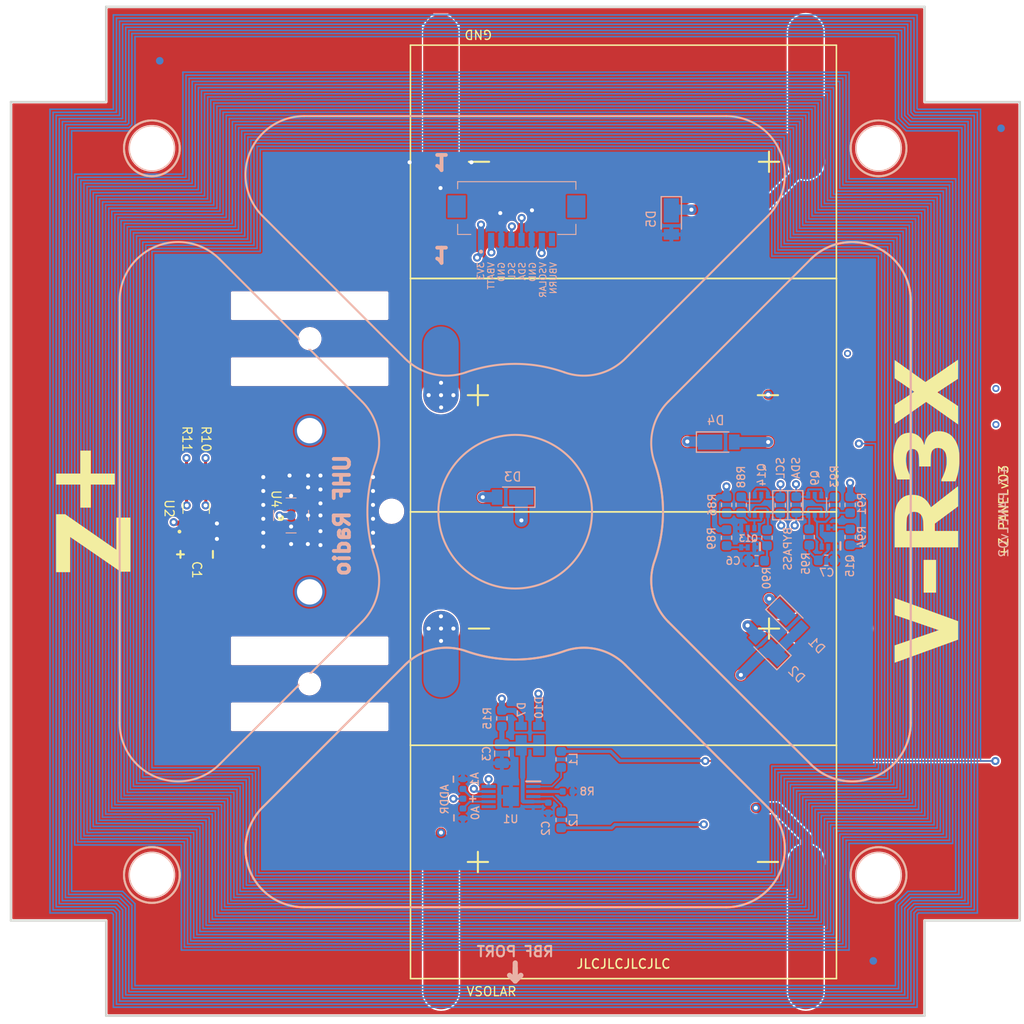
<source format=kicad_pcb>
(kicad_pcb (version 20200104) (host pcbnew "(5.99.0-868-g2a1594d07)")
  (layers (0 "F.Cu" signal) (1 "In1.Cu" signal) (2 "In2.Cu" signal) (3 "In3.Cu" signal) (4 "In4.Cu" signal) (31 "B.Cu" signal) (34 "B.Paste" user hide) (35 "F.Paste" user hide) (36 "B.SilkS" user) (37 "F.SilkS" user) (38 "B.Mask" user hide) (39 "F.Mask" user) (44 "Edge.Cuts" user))
  (net 0 "")
  (net 1 "GND")
  (net 2 "+3V3")
  (net 3 "Net-(D1-Pad2)")
  (net 4 "SDA")
  (net 5 "SCL")
  (net 6 "Net-(R1-Pad1)")
  (net 7 "/torque-coil")
  (net 8 "Net-(U$2-PadRF)")
  (net 9 "Net-(U$3-PadRF)")
  (net 10 "VBATT")
  (net 11 "/VBURN")
  (net 12 "/VSOLAR")
  (net 13 "Net-(D2-Pad2)")
  (net 14 "Net-(D3-Pad2)")
  (net 15 "Net-(D4-Pad2)")
  (net 16 "Net-(J1-PadMP1)")
  (net 17 "Net-(J2-Pad1)")
  (net 18 "Net-(U2-Pad5)")
  (net 19 "Net-(C2-Pad1)")
  (net 20 "Net-(C6-Pad1)")
  (net 21 "Net-(C7-Pad1)")
  (net 22 "SDA1_b4iso")
  (net 23 "SCL1_b4iso")
  (net 24 "Net-(L1-Pad2)")
  (net 25 "Net-(L2-Pad2)")
  (net 26 "Net-(Q15-Pad3)")
  (net 27 "Net-(Q9-Pad2)")
  (net 28 "Net-(Q13-Pad2)")
  (net 29 "Net-(Q13-Pad6)")
  (net 30 "Net-(Q14-Pad2)")
  (net 31 "Net-(Q15-Pad5)")
  (net 32 "Net-(R4-Pad1)")
  (net 33 "Net-(R5-Pad1)")
  (net 34 "Net-(R8-Pad2)")
  (net 35 "Net-(U1-Pad6)")
  (net 36 "Net-(U4-Pad6)")
  (module "custom-footprints:TSL2561" (layer "F.Cu") (at 117.1341 104.7369 90)
    (fp_text reference "U2" (at 0 -2.65884 270 unlocked) (layer "F.SilkS") (effects (font (size 0.889 0.889) (thickness 0.127))))
    (fp_text value "TSL2561" hide)
    (pad "6" smd rect (at 1.45 -0.95 180) (size 0.7 1) (layers "F.Cu" "F.Paste" "F.Mask") (net 4 "SDA"))
    (pad "5" smd rect (at 1.45 0 180) (size 0.7 1) (layers "F.Cu" "F.Paste" "F.Mask") (net 18 "Net-(U2-Pad5)"))
    (pad "4" smd rect (at 1.45 0.95 180) (size 0.7 1) (layers "F.Cu" "F.Paste" "F.Mask") (net 5 "SCL"))
    (pad "3" smd rect (at -1.45 0.95 180) (size 0.7 1) (layers "F.Cu" "F.Paste" "F.Mask") (net 1 "GND"))
    (pad "2" smd rect (at -1.45 0 180) (size 0.7 1) (layers "F.Cu" "F.Paste" "F.Mask") (net 6 "Net-(R1-Pad1)"))
    (pad "1" smd rect (at -1.45 -0.95 180) (size 0.7 1) (layers "F.Cu" "F.Paste" "F.Mask") (net 2 "+3V3"))
  )
  (module "custom-footprints:holliday" (layer "F.Cu") (at 172.593 151.892)
    (fp_text reference "Ref**" hide)
    (fp_text value "Val**" hide)
  )
  (module "Resistor_SMD:R_0402_1005Metric" (layer "F.Cu") (at 116.1796 101.1428 90)
    (fp_text reference "R11" (at 3.2512 0.0508 270 unlocked) (layer "F.SilkS") (effects (font (size 0.889 0.889) (thickness 0.127))))
    (fp_text value "10K")
    (pad "2" smd roundrect (at 0.485 0 90) (size 0.59 0.64) (layers "F.Cu" "F.Paste" "F.Mask") (net 2 "+3V3"))
    (pad "1" smd roundrect (at -0.485 0 90) (size 0.59 0.64) (layers "F.Cu" "F.Paste" "F.Mask") (net 4 "SDA"))
  )
  (module "Resistor_SMD:R_0402_1005Metric" (layer "F.Cu") (at 118.0592 101.1428 90)
    (fp_text reference "R10" (at 3.2512 0.0508 270 unlocked) (layer "F.SilkS") (effects (font (size 0.889 0.889) (thickness 0.127))))
    (fp_text value "10K")
    (pad "2" smd roundrect (at 0.485 0 90) (size 0.59 0.64) (layers "F.Cu" "F.Paste" "F.Mask") (net 2 "+3V3"))
    (pad "1" smd roundrect (at -0.485 0 90) (size 0.59 0.64) (layers "F.Cu" "F.Paste" "F.Mask") (net 5 "SCL"))
  )
  (module "Fiducial:Fiducial_0.75mm_Mask1.5mm" (layer "B.Cu") (at 196.4944 67.2592)
    (fp_text reference "FID3" hide)
    (fp_text value "Fiducial")
    (pad "" smd circle (at 0 0) (size 0.75 0.75) (layers "B.Cu" "B.Mask") (clearance 0.375))
  )
  (module "Fiducial:Fiducial_0.75mm_Mask1.5mm" (layer "B.Cu") (at 183.896 149.352)
    (fp_text reference "FID2" hide)
    (fp_text value "Fiducial")
    (pad "" smd circle (at 0 0) (size 0.75 0.75) (layers "B.Cu" "B.Mask") (clearance 0.375))
  )
  (module "Fiducial:Fiducial_0.75mm_Mask1.5mm" (layer "B.Cu") (at 113.538 60.6044)
    (fp_text reference "FID1" hide)
    (fp_text value "Fiducial")
    (pad "" smd circle (at 0 0) (size 0.75 0.75) (layers "B.Cu" "B.Mask") (clearance 0.375))
  )
  (module "Package_TO_SOT_SMD:SOT-363_SC-70-6" (layer "B.Cu") (at 172.852457 104.387682 -90)
    (fp_text reference "Q14" (at -2.974123 -0.032061 90) (layer "B.SilkS") (effects (font (size 0.762 0.762) (thickness 0.127)) (justify mirror)))
    (fp_text value "MBT2222ADW1T1")
    (pad "1" smd rect (at -0.95 0.65 270) (size 0.65 0.4) (layers "B.Cu" "B.Paste" "B.Mask") (net 23 "SCL1_b4iso"))
    (pad "3" smd rect (at -0.95 -0.65 270) (size 0.65 0.4) (layers "B.Cu" "B.Paste" "B.Mask") (net 23 "SCL1_b4iso"))
    (pad "5" smd rect (at 0.95 0 270) (size 0.65 0.4) (layers "B.Cu" "B.Paste" "B.Mask") (net 29 "Net-(Q13-Pad6)"))
    (pad "2" smd rect (at -0.95 0 270) (size 0.65 0.4) (layers "B.Cu" "B.Paste" "B.Mask") (net 30 "Net-(Q14-Pad2)"))
    (pad "4" smd rect (at 0.95 -0.65 270) (size 0.65 0.4) (layers "B.Cu" "B.Paste" "B.Mask") (net 5 "SCL"))
    (pad "6" smd rect (at 0.95 0.65 270) (size 0.65 0.4) (layers "B.Cu" "B.Paste" "B.Mask") (net 5 "SCL"))
  )
  (module "Resistor_SMD:R_0603_1608Metric" (layer "B.Cu") (at 176.297016 104.377044 -90)
    (fp_text reference "R80" hide)
    (fp_text value "0")
    (pad "1" smd roundrect (at -0.7875 0 270) (size 0.875 0.95) (layers "B.Cu" "B.Paste" "B.Mask") (net 22 "SDA1_b4iso"))
    (pad "2" smd roundrect (at 0.7875 0 270) (size 0.875 0.95) (layers "B.Cu" "B.Paste" "B.Mask") (net 4 "SDA"))
  )
  (module "Capacitor_SMD:C_0603_1608Metric" (layer "B.Cu") (at 172.390603 109.899901 180)
    (fp_text reference "C6" (at 2.312203 -0.005899 180) (layer "B.SilkS") (effects (font (size 0.762 0.762) (thickness 0.127)) (justify mirror)))
    (fp_text value "10nF")
    (pad "1" smd roundrect (at -0.7875 0 180) (size 0.875 0.95) (layers "B.Cu" "B.Paste" "B.Mask") (net 20 "Net-(C6-Pad1)"))
    (pad "2" smd roundrect (at 0.7875 0 180) (size 0.875 0.95) (layers "B.Cu" "B.Paste" "B.Mask") (net 1 "GND"))
  )
  (module "Resistor_SMD:R_0603_1608Metric" (layer "B.Cu") (at 169.436099 104.387682 -90)
    (fp_text reference "R86" (at 0 1.43 90) (layer "B.SilkS") (effects (font (size 0.762 0.762) (thickness 0.127)) (justify mirror)))
    (fp_text value "10K")
    (pad "1" smd roundrect (at -0.7875 0 270) (size 0.875 0.95) (layers "B.Cu" "B.Paste" "B.Mask") (net 2 "+3V3"))
    (pad "2" smd roundrect (at 0.7875 0 270) (size 0.875 0.95) (layers "B.Cu" "B.Paste" "B.Mask") (net 29 "Net-(Q13-Pad6)"))
  )
  (module "Capacitor_SMD:C_0603_1608Metric" (layer "B.Cu") (at 179.2605 109.855)
    (fp_text reference "C7" (at 0.044901 1.212335 180) (layer "B.SilkS") (effects (font (size 0.762 0.762) (thickness 0.127)) (justify mirror)))
    (fp_text value "10nF")
    (pad "1" smd roundrect (at -0.7875 0) (size 0.875 0.95) (layers "B.Cu" "B.Paste" "B.Mask") (net 21 "Net-(C7-Pad1)"))
    (pad "2" smd roundrect (at 0.7875 0) (size 0.875 0.95) (layers "B.Cu" "B.Paste" "B.Mask") (net 1 "GND"))
  )
  (module "Package_TO_SOT_SMD:SOT-363_SC-70-6" (layer "B.Cu") (at 178.125259 104.387682 -90)
    (fp_text reference "Q9" (at -2.659814 -0.01271 90) (layer "B.SilkS") (effects (font (size 0.762 0.762) (thickness 0.127)) (justify mirror)))
    (fp_text value "MBT2222ADW1T1")
    (pad "1" smd rect (at -0.95 0.65 270) (size 0.65 0.4) (layers "B.Cu" "B.Paste" "B.Mask") (net 22 "SDA1_b4iso"))
    (pad "3" smd rect (at -0.95 -0.65 270) (size 0.65 0.4) (layers "B.Cu" "B.Paste" "B.Mask") (net 22 "SDA1_b4iso"))
    (pad "5" smd rect (at 0.95 0 270) (size 0.65 0.4) (layers "B.Cu" "B.Paste" "B.Mask") (net 26 "Net-(Q15-Pad3)"))
    (pad "2" smd rect (at -0.95 0 270) (size 0.65 0.4) (layers "B.Cu" "B.Paste" "B.Mask") (net 27 "Net-(Q9-Pad2)"))
    (pad "4" smd rect (at 0.95 -0.65 270) (size 0.65 0.4) (layers "B.Cu" "B.Paste" "B.Mask") (net 4 "SDA"))
    (pad "6" smd rect (at 0.95 0.65 270) (size 0.65 0.4) (layers "B.Cu" "B.Paste" "B.Mask") (net 4 "SDA"))
  )
  (module "Resistor_SMD:R_0603_1608Metric" (layer "B.Cu") (at 174.72547 104.421945 -90)
    (fp_text reference "R79" hide)
    (fp_text value "0")
    (pad "1" smd roundrect (at -0.7875 0 270) (size 0.875 0.95) (layers "B.Cu" "B.Paste" "B.Mask") (net 23 "SCL1_b4iso"))
    (pad "2" smd roundrect (at 0.7875 0 270) (size 0.875 0.95) (layers "B.Cu" "B.Paste" "B.Mask") (net 5 "SCL"))
  )
  (module "custom-footprints:BSS138DWQ-7" (layer "B.Cu") (at 179.456457 107.565525 90)
    (fp_text reference "Q15" (at -2.82829 2.138909 90) (layer "B.SilkS") (effects (font (size 0.762 0.762) (thickness 0.127)) (justify mirror)))
    (fp_text value "BSS138DWQ-7" hide)
    (pad "1" smd rect (at -0.95 0.65) (size 0.4 0.6) (layers "B.Cu" "B.Paste" "B.Mask") (net 1 "GND"))
    (pad "2" smd rect (at -0.95 0) (size 0.4 0.6) (layers "B.Cu" "B.Paste" "B.Mask") (net 21 "Net-(C7-Pad1)"))
    (pad "3" smd rect (at -0.95 -0.65) (size 0.4 0.6) (layers "B.Cu" "B.Paste" "B.Mask") (net 26 "Net-(Q15-Pad3)"))
    (pad "4" smd rect (at 0.95 -0.65) (size 0.4 0.6) (layers "B.Cu" "B.Paste" "B.Mask") (net 1 "GND"))
    (pad "5" smd rect (at 0.95 0) (size 0.4 0.6) (layers "B.Cu" "B.Paste" "B.Mask") (net 31 "Net-(Q15-Pad5)"))
    (pad "6" smd rect (at 0.95 0.65) (size 0.4 0.6) (layers "B.Cu" "B.Paste" "B.Mask") (net 31 "Net-(Q15-Pad5)"))
  )
  (module "Resistor_SMD:R_0402_1005Metric" (layer "B.Cu") (at 153.756 132.6515 180)
    (fp_text reference "R8" (at -1.9304 0.008 unlocked) (layer "B.SilkS") (effects (font (size 0.762 0.762) (thickness 0.127)) (justify mirror)))
    (fp_text value "0")
    (pad "2" smd roundrect (at 0.485 0 180) (size 0.59 0.64) (layers "B.Cu" "B.Paste" "B.Mask") (net 34 "Net-(R8-Pad2)"))
    (pad "1" smd roundrect (at -0.485 0 180) (size 0.59 0.64) (layers "B.Cu" "B.Paste" "B.Mask") (net 1 "GND"))
  )
  (module "Capacitor_SMD:C_0805_2012Metric" (layer "B.Cu") (at 147.27192 128.91666 -90)
    (fp_text reference "C3" (at 0 1.4986 -270 unlocked) (layer "B.SilkS") (effects (font (size 0.762 0.762) (thickness 0.127)) (justify mirror)))
    (fp_text value "10uF")
    (pad "2" smd roundrect (at 0.9375 0 270) (size 0.975 1.4) (layers "B.Cu" "B.Paste" "B.Mask") (net 1 "GND"))
    (pad "1" smd roundrect (at -0.9375 0 270) (size 0.975 1.4) (layers "B.Cu" "B.Paste" "B.Mask") (net 19 "Net-(C2-Pad1)"))
  )
  (module "Inductor_SMD:L_0603_1608Metric" (layer "B.Cu") (at 153.121 135.4502 90)
    (fp_text reference "L2" (at 0 1.2065 90) (layer "B.SilkS") (effects (font (size 0.762 0.762) (thickness 0.127)) (justify mirror)))
    (fp_text value "TBD")
    (pad "2" smd roundrect (at 0.7875 0 90) (size 0.875 0.95) (layers "B.Cu" "B.Paste" "B.Mask") (net 25 "Net-(L2-Pad2)"))
    (pad "1" smd roundrect (at -0.7875 0 90) (size 0.875 0.95) (layers "B.Cu" "B.Paste" "B.Mask") (net 7 "/torque-coil"))
  )
  (module "custom-footprints:DRV8830DGQR" (layer "B.Cu") (at 148.168 133.1515 180)
    (fp_text reference "U1" (at 0.0274 -2.2193 unlocked) (layer "B.SilkS") (effects (font (size 0.762 0.762) (thickness 0.127)) (justify mirror)))
    (fp_text value "DRV8830DGQR" hide)
    (pad "11" smd rect (at 0 0 180) (size 1.57 1.88) (layers "B.Cu" "B.Paste" "B.Mask") (net 1 "GND"))
    (pad "10" smd rect (at 2.2 1 90) (size 0.3 1.4) (layers "B.Cu" "B.Paste" "B.Mask") (net 5 "SCL"))
    (pad "9" smd rect (at 2.2 0.5 90) (size 0.3 1.4) (layers "B.Cu" "B.Paste" "B.Mask") (net 4 "SDA"))
    (pad "8" smd rect (at 2.2 0 90) (size 0.3 1.4) (layers "B.Cu" "B.Paste" "B.Mask") (net 32 "Net-(R4-Pad1)"))
    (pad "7" smd rect (at 2.2 -0.5 90) (size 0.3 1.4) (layers "B.Cu" "B.Paste" "B.Mask") (net 33 "Net-(R5-Pad1)"))
    (pad "6" smd rect (at 2.2 -1 90) (size 0.3 1.4) (layers "B.Cu" "B.Paste" "B.Mask") (net 35 "Net-(U1-Pad6)"))
    (pad "5" smd rect (at -2.2 -1 90) (size 0.3 1.4) (layers "B.Cu" "B.Paste" "B.Mask") (net 1 "GND"))
    (pad "4" smd rect (at -2.2 -0.5 90) (size 0.3 1.4) (layers "B.Cu" "B.Paste" "B.Mask") (net 19 "Net-(C2-Pad1)"))
    (pad "3" smd rect (at -2.2 0 90) (size 0.3 1.4) (layers "B.Cu" "B.Paste" "B.Mask") (net 25 "Net-(L2-Pad2)"))
    (pad "2" smd rect (at -2.2 0.5 90) (size 0.3 1.4) (layers "B.Cu" "B.Paste" "B.Mask") (net 34 "Net-(R8-Pad2)"))
    (pad "1" smd rect (at -2.2 1 90) (size 0.3 1.4) (layers "B.Cu" "B.Paste" "B.Mask") (net 24 "Net-(L1-Pad2)"))
  )
  (module "Resistor_SMD:R_0402_1005Metric" (layer "B.Cu") (at 143.43652 133.8468 90)
    (fp_text reference "R5" hide)
    (fp_text value "0")
    (pad "2" smd roundrect (at 0.485 0 90) (size 0.59 0.64) (layers "B.Cu" "B.Paste" "B.Mask") (net 2 "+3V3"))
    (pad "1" smd roundrect (at -0.485 0 90) (size 0.59 0.64) (layers "B.Cu" "B.Paste" "B.Mask") (net 33 "Net-(R5-Pad1)"))
  )
  (module "Resistor_SMD:R_0402_1005Metric" (layer "B.Cu") (at 143.43652 132.8816 -90)
    (fp_text reference "R4" hide)
    (fp_text value "0")
    (pad "2" smd roundrect (at 0.485 0 270) (size 0.59 0.64) (layers "B.Cu" "B.Paste" "B.Mask") (net 2 "+3V3"))
    (pad "1" smd roundrect (at -0.485 0 270) (size 0.59 0.64) (layers "B.Cu" "B.Paste" "B.Mask") (net 32 "Net-(R4-Pad1)"))
  )
  (module "Inductor_SMD:L_0603_1608Metric" (layer "B.Cu") (at 153.121 129.4812 -90)
    (fp_text reference "L1" (at 0 -1.2065 -270) (layer "B.SilkS") (effects (font (size 0.762 0.762) (thickness 0.127)) (justify mirror)))
    (fp_text value "TBD")
    (pad "2" smd roundrect (at 0.7875 0 270) (size 0.875 0.95) (layers "B.Cu" "B.Paste" "B.Mask") (net 24 "Net-(L1-Pad2)"))
    (pad "1" smd roundrect (at -0.7875 0 270) (size 0.875 0.95) (layers "B.Cu" "B.Paste" "B.Mask") (net 7 "/torque-coil"))
  )
  (module "Resistor_SMD:R_0402_1005Metric" (layer "B.Cu") (at 143.43652 131.9164 -90)
    (fp_text reference "R6" hide)
    (fp_text value "0")
    (pad "2" smd roundrect (at 0.485 0 270) (size 0.59 0.64) (layers "B.Cu" "B.Paste" "B.Mask") (net 32 "Net-(R4-Pad1)"))
    (pad "1" smd roundrect (at -0.485 0 270) (size 0.59 0.64) (layers "B.Cu" "B.Paste" "B.Mask") (net 1 "GND"))
  )
  (module "Resistor_SMD:R_0603_1608Metric" (layer "B.Cu") (at 173.412539 107.626525 90)
    (fp_text reference "R90" (at -3.979625 -0.034107 90) (layer "B.SilkS") (effects (font (size 0.762 0.762) (thickness 0.127)) (justify mirror)))
    (fp_text value "100K")
    (pad "2" smd roundrect (at 0.7875 0 90) (size 0.875 0.95) (layers "B.Cu" "B.Paste" "B.Mask") (net 5 "SCL"))
    (pad "1" smd roundrect (at -0.7875 0 90) (size 0.875 0.95) (layers "B.Cu" "B.Paste" "B.Mask") (net 20 "Net-(C6-Pad1)"))
  )
  (module "custom-footprints:SOD-323HE" (layer "B.Cu") (at 149.17692 127.54506 90)
    (fp_text reference "D7" (at 2.9718 0.0381 90) (layer "B.SilkS") (effects (font (size 0.762 0.762) (thickness 0.127)) (justify mirror)))
    (fp_text value "SBD")
    (pad "2" smd rect (at 1.35 0 90) (size 0.8 1.1) (layers "B.Cu" "B.Paste" "B.Mask") (net 2 "+3V3"))
    (pad "1" smd rect (at -0.55 0 90) (size 2 1.1) (layers "B.Cu" "B.Paste" "B.Mask") (net 19 "Net-(C2-Pad1)"))
  )
  (module "Resistor_SMD:R_0603_1608Metric" (layer "B.Cu") (at 181.615457 107.565524 -90)
    (fp_text reference "R94" (at 0 -1.137543 90) (layer "B.SilkS") (effects (font (size 0.762 0.762) (thickness 0.127)) (justify mirror)))
    (fp_text value "10K")
    (pad "2" smd roundrect (at 0.7875 0 270) (size 0.875 0.95) (layers "B.Cu" "B.Paste" "B.Mask") (net 2 "+3V3"))
    (pad "1" smd roundrect (at -0.7875 0 270) (size 0.875 0.95) (layers "B.Cu" "B.Paste" "B.Mask") (net 31 "Net-(Q15-Pad5)"))
  )
  (module "custom-footprints:BSS138DWQ-7" (layer "B.Cu") (at 171.520238 107.626525 90)
    (fp_text reference "Q13" (at -0.069475 0.056762 180) (layer "B.SilkS") (effects (font (size 0.635 0.635) (thickness 0.127)) (justify mirror)))
    (fp_text value "BSS138DWQ-7" hide)
    (pad "1" smd rect (at -0.95 0.65) (size 0.4 0.6) (layers "B.Cu" "B.Paste" "B.Mask") (net 1 "GND"))
    (pad "2" smd rect (at -0.95 0) (size 0.4 0.6) (layers "B.Cu" "B.Paste" "B.Mask") (net 28 "Net-(Q13-Pad2)"))
    (pad "3" smd rect (at -0.95 -0.65) (size 0.4 0.6) (layers "B.Cu" "B.Paste" "B.Mask") (net 28 "Net-(Q13-Pad2)"))
    (pad "4" smd rect (at 0.95 -0.65) (size 0.4 0.6) (layers "B.Cu" "B.Paste" "B.Mask") (net 1 "GND"))
    (pad "5" smd rect (at 0.95 0) (size 0.4 0.6) (layers "B.Cu" "B.Paste" "B.Mask") (net 20 "Net-(C6-Pad1)"))
    (pad "6" smd rect (at 0.95 0.65) (size 0.4 0.6) (layers "B.Cu" "B.Paste" "B.Mask") (net 29 "Net-(Q13-Pad6)"))
  )
  (module "Resistor_SMD:R_0603_1608Metric" (layer "B.Cu") (at 147.27192 125.43686 -90)
    (fp_text reference "R15" (at 0 1.43 -270) (layer "B.SilkS") (effects (font (size 0.762 0.762) (thickness 0.127)) (justify mirror)))
    (fp_text value "0")
    (pad "2" smd roundrect (at 0.7875 0 270) (size 0.875 0.95) (layers "B.Cu" "B.Paste" "B.Mask") (net 19 "Net-(C2-Pad1)"))
    (pad "1" smd roundrect (at -0.7875 0 270) (size 0.875 0.95) (layers "B.Cu" "B.Paste" "B.Mask") (net 2 "+3V3"))
  )
  (module "Resistor_SMD:R_0603_1608Metric" (layer "B.Cu") (at 169.426021 107.626525 90)
    (fp_text reference "R89" (at -0.073213 -1.480644 90) (layer "B.SilkS") (effects (font (size 0.762 0.762) (thickness 0.127)) (justify mirror)))
    (fp_text value "10K")
    (pad "2" smd roundrect (at 0.7875 0 90) (size 0.875 0.95) (layers "B.Cu" "B.Paste" "B.Mask") (net 2 "+3V3"))
    (pad "1" smd roundrect (at -0.7875 0 90) (size 0.875 0.95) (layers "B.Cu" "B.Paste" "B.Mask") (net 28 "Net-(Q13-Pad2)"))
  )
  (module "Resistor_SMD:R_0603_1608Metric" (layer "B.Cu") (at 181.615457 104.387682 -90)
    (fp_text reference "R91" (at -0.100441 -1.147342 90) (layer "B.SilkS") (effects (font (size 0.762 0.762) (thickness 0.127)) (justify mirror)))
    (fp_text value "10K")
    (pad "1" smd roundrect (at -0.7875 0 270) (size 0.875 0.95) (layers "B.Cu" "B.Paste" "B.Mask") (net 2 "+3V3"))
    (pad "2" smd roundrect (at 0.7875 0 270) (size 0.875 0.95) (layers "B.Cu" "B.Paste" "B.Mask") (net 26 "Net-(Q15-Pad3)"))
  )
  (module "Capacitor_SMD:C_0402_1005Metric" (layer "B.Cu") (at 151.851 134.2437 -90)
    (fp_text reference "C2" (at 2.032 0.254 -270 unlocked) (layer "B.SilkS") (effects (font (size 0.762 0.762) (thickness 0.127)) (justify mirror)))
    (fp_text value "0.1uF")
    (pad "2" smd roundrect (at 0.485 0 270) (size 0.59 0.64) (layers "B.Cu" "B.Paste" "B.Mask") (net 1 "GND"))
    (pad "1" smd roundrect (at -0.485 0 270) (size 0.59 0.64) (layers "B.Cu" "B.Paste" "B.Mask") (net 19 "Net-(C2-Pad1)"))
  )
  (module "Resistor_SMD:R_0402_1005Metric" (layer "B.Cu") (at 143.43652 134.812 90)
    (fp_text reference "R7" hide)
    (fp_text value "0")
    (pad "2" smd roundrect (at 0.485 0 90) (size 0.59 0.64) (layers "B.Cu" "B.Paste" "B.Mask") (net 33 "Net-(R5-Pad1)"))
    (pad "1" smd roundrect (at -0.485 0 90) (size 0.59 0.64) (layers "B.Cu" "B.Paste" "B.Mask") (net 1 "GND"))
  )
  (module "Resistor_SMD:R_0603_1608Metric" (layer "B.Cu") (at 170.871257 104.387682 90)
    (fp_text reference "R88" (at 2.749617 -0.007297 90) (layer "B.SilkS") (effects (font (size 0.762 0.762) (thickness 0.127)) (justify mirror)))
    (fp_text value "600")
    (pad "1" smd roundrect (at -0.7875 0 90) (size 0.875 0.95) (layers "B.Cu" "B.Paste" "B.Mask") (net 29 "Net-(Q13-Pad6)"))
    (pad "2" smd roundrect (at 0.7875 0 90) (size 0.875 0.95) (layers "B.Cu" "B.Paste" "B.Mask") (net 30 "Net-(Q14-Pad2)"))
  )
  (module "Resistor_SMD:R_0603_1608Metric" (layer "B.Cu") (at 180.086683 104.395004 -90)
    (fp_text reference "R93" (at -2.80184 0.017961 90) (layer "B.SilkS") (effects (font (size 0.762 0.762) (thickness 0.127)) (justify mirror)))
    (fp_text value "600")
    (pad "1" smd roundrect (at -0.7875 0 270) (size 0.875 0.95) (layers "B.Cu" "B.Paste" "B.Mask") (net 27 "Net-(Q9-Pad2)"))
    (pad "2" smd roundrect (at 0.7875 0 270) (size 0.875 0.95) (layers "B.Cu" "B.Paste" "B.Mask") (net 26 "Net-(Q15-Pad3)"))
  )
  (module "Resistor_SMD:R_0603_1608Metric" (layer "B.Cu") (at 177.576856 107.565524 90)
    (fp_text reference "R95" (at -2.603784 -0.336914 90) (layer "B.SilkS") (effects (font (size 0.762 0.762) (thickness 0.127)) (justify mirror)))
    (fp_text value "100K")
    (pad "1" smd roundrect (at -0.7875 0 90) (size 0.875 0.95) (layers "B.Cu" "B.Paste" "B.Mask") (net 21 "Net-(C7-Pad1)"))
    (pad "2" smd roundrect (at 0.7875 0 90) (size 0.875 0.95) (layers "B.Cu" "B.Paste" "B.Mask") (net 4 "SDA"))
  )
  (module "custom-footprints:SOD-323HE" (layer "B.Cu") (at 150.90412 127.54506 90)
    (fp_text reference "D10" (at 3.1623 0.0254 90) (layer "B.SilkS") (effects (font (size 0.762 0.762) (thickness 0.127)) (justify mirror)))
    (fp_text value "SBD")
    (pad "2" smd rect (at 1.35 0 90) (size 0.8 1.1) (layers "B.Cu" "B.Paste" "B.Mask") (net 10 "VBATT"))
    (pad "1" smd rect (at -0.55 0 90) (size 2 1.1) (layers "B.Cu" "B.Paste" "B.Mask") (net 19 "Net-(C2-Pad1)"))
  )
  (module "custom-footprints:TAPE_ANT_VR3X" (layer "F.Cu") (at 128.3208 112.967891 90)
    (fp_text reference "U$3" hide)
    (fp_text value "ANTENNA" hide)
    (fp_line (start -7.082 7.62) (end -4.542 7.62) (layer "Edge.Cuts") (width 0.005))
    (fp_line (start -4.542 -7.62) (end -4.542 7.62) (layer "Edge.Cuts") (width 0.005))
    (fp_line (start -13.59022 -7.62) (end -11.05022 -7.62) (layer "Edge.Cuts") (width 0.005))
    (fp_line (start -7.082 -7.62) (end -7.082 7.62) (layer "Edge.Cuts") (width 0.005))
    (fp_line (start -13.59022 -7.62) (end -13.59022 7.62) (layer "Edge.Cuts") (width 0.005))
    (fp_line (start -13.59022 7.62) (end -11.05022 7.62) (layer "Edge.Cuts") (width 0.005))
    (fp_line (start -7.082 -7.62) (end -4.542 -7.62) (layer "Edge.Cuts") (width 0.005))
    (fp_line (start -11.05022 -7.62) (end -11.05022 7.62) (layer "Edge.Cuts") (width 0.005))
    (pad "RF_2" smd rect (at 0 0 180) (size 15.24 6.985) (layers "F.Cu" "F.Paste" "F.Mask") (net 9 "Net-(U$3-PadRF)"))
    (pad "RF" thru_hole circle (at 0 0 90) (size 2.999999 2.999999) (drill 2.5) (layers *.Cu *.Mask) (net 9 "Net-(U$3-PadRF)"))
    (pad "" np_thru_hole circle (at -9.0615 -0.02 90) (size 2 2) (drill 2) (layers *.Cu *.Mask))
  )
  (module "custom-footprints:TAPE_ANT_VR3X" (layer "F.Cu") (at 128.3208 97.068112 -90)
    (fp_text reference "U$2" hide)
    (fp_text value "ANTENNA" hide)
    (fp_line (start -7.082 7.62) (end -4.542 7.62) (layer "Edge.Cuts") (width 0.005))
    (fp_line (start -4.542 -7.62) (end -4.542 7.62) (layer "Edge.Cuts") (width 0.005))
    (fp_line (start -13.59022 -7.62) (end -11.05022 -7.62) (layer "Edge.Cuts") (width 0.005))
    (fp_line (start -7.082 -7.62) (end -7.082 7.62) (layer "Edge.Cuts") (width 0.005))
    (fp_line (start -13.59022 -7.62) (end -13.59022 7.62) (layer "Edge.Cuts") (width 0.005))
    (fp_line (start -13.59022 7.62) (end -11.05022 7.62) (layer "Edge.Cuts") (width 0.005))
    (fp_line (start -7.082 -7.62) (end -4.542 -7.62) (layer "Edge.Cuts") (width 0.005))
    (fp_line (start -11.05022 -7.62) (end -11.05022 7.62) (layer "Edge.Cuts") (width 0.005))
    (pad "RF_2" smd rect (at 0 0) (size 15.24 6.985) (layers "F.Cu" "F.Paste" "F.Mask") (net 8 "Net-(U$2-PadRF)"))
    (pad "RF" thru_hole circle (at 0 0 270) (size 2.999999 2.999999) (drill 2.5) (layers *.Cu *.Mask) (net 8 "Net-(U$2-PadRF)"))
    (pad "" np_thru_hole circle (at -9.0615 -0.02 270) (size 2 2) (drill 2) (layers *.Cu *.Mask))
  )
  (module "custom-footprints:vr3x" (layer "F.Cu") (at 189.1284 105.021187 90)
    (fp_text reference "Ref**" hide)
    (fp_text value "Val**" hide)
  )
  (module "Diode_SMD:D_PowerDI-123" (layer "B.Cu") (at 175.556267 115.558462 -45)
    (fp_text reference "D1" (at 3.839781 -0.051757 135) (layer "B.SilkS") (effects (font (size 0.889 0.889) (thickness 0.127)) (justify mirror)))
    (fp_text value "SBD")
    (pad "1" smd rect (at -0.85 0 135) (size 2.4 1.5) (layers "B.Cu" "B.Paste" "B.Mask") (net 12 "/VSOLAR"))
    (pad "2" smd rect (at 1.525 0 135) (size 1.05 1.5) (layers "B.Cu" "B.Paste" "B.Mask") (net 3 "Net-(D1-Pad2)"))
  )
  (module "MountingHole:MountingHole_4.3mm_M4" (layer "F.Cu") (at 112.765099 140.884579)
    (fp_text reference "H4" hide)
    (fp_text value "MountingHole")
    (pad "1" np_thru_hole circle (at 0 0) (size 4.3 4.3) (drill 4.3) (layers *.Cu *.Mask))
  )
  (module "MountingHole:MountingHole_4.3mm_M4" (layer "F.Cu") (at 184.415099 140.884579)
    (fp_text reference "H3" hide)
    (fp_text value "MountingHole")
    (pad "1" np_thru_hole circle (at 0 0) (size 4.3 4.3) (drill 4.3) (layers *.Cu *.Mask))
  )
  (module "MountingHole:MountingHole_4.3mm_M4" (layer "F.Cu") (at 184.415099 69.234579)
    (fp_text reference "H2" hide)
    (fp_text value "MountingHole")
    (pad "1" np_thru_hole circle (at 0 0) (size 4.3 4.3) (drill 4.3) (layers *.Cu *.Mask))
  )
  (module "MountingHole:MountingHole_4.3mm_M4" (layer "F.Cu") (at 112.765099 69.234579)
    (fp_text reference "H1" hide)
    (fp_text value "MountingHole")
    (pad "1" np_thru_hole circle (at 0 0) (size 4.3 4.3) (drill 4.3) (layers *.Cu *.Mask))
  )
  (module "MountingHole:MountingHole_2.2mm_M2" (layer "F.Cu") (at 136.398 105.018001)
    (fp_text reference "REF**" hide)
    (fp_text value "MountingHole_2.2mm_M2")
    (pad "1" np_thru_hole circle (at 0 0) (size 2.2 2.2) (drill 2.2) (layers *.Cu *.Mask))
  )
  (module "custom-footprints:SM141K06L" (layer "F.Cu") (at 159.258 70.5612)
    (fp_text reference "SC4" hide)
    (fp_text value "SM141K06L")
    (pad "2" smd circle (at -18 0) (size 3.5 3.5) (layers "F.Cu" "F.Paste" "F.Mask") (net 1 "GND"))
    (pad "1" smd circle (at 18 0) (size 3.5 3.5) (layers "F.Cu" "F.Paste" "F.Mask") (net 15 "Net-(D4-Pad2)"))
  )
  (module "custom-footprints:SM141K06L" (layer "F.Cu") (at 159.265 93.5736 180)
    (fp_text reference "SC3" hide)
    (fp_text value "SM141K06L")
    (pad "2" smd circle (at -18 0 180) (size 3.5 3.5) (layers "F.Cu" "F.Paste" "F.Mask") (net 15 "Net-(D4-Pad2)"))
    (pad "1" smd circle (at 18 0 180) (size 3.5 3.5) (layers "F.Cu" "F.Paste" "F.Mask") (net 14 "Net-(D3-Pad2)"))
  )
  (module "custom-footprints:SM141K06L" (layer "F.Cu") (at 159.258 116.586)
    (fp_text reference "SC2" hide)
    (fp_text value "SM141K06L")
    (pad "2" smd circle (at -18 0) (size 3.5 3.5) (layers "F.Cu" "F.Paste" "F.Mask") (net 14 "Net-(D3-Pad2)"))
    (pad "1" smd circle (at 18 0) (size 3.5 3.5) (layers "F.Cu" "F.Paste" "F.Mask") (net 13 "Net-(D2-Pad2)"))
  )
  (module "custom-footprints:SM141K06L" (layer "F.Cu") (at 159.265 139.5984 180)
    (fp_text reference "SC1" hide)
    (fp_text value "SM141K06L")
    (pad "2" smd circle (at -18 0 180) (size 3.5 3.5) (layers "F.Cu" "F.Paste" "F.Mask") (net 13 "Net-(D2-Pad2)"))
    (pad "1" smd circle (at 18 0 180) (size 3.5 3.5) (layers "F.Cu" "F.Paste" "F.Mask") (net 3 "Net-(D1-Pad2)"))
  )
  (module "custom-footprints:+zpanel" (layer "F.Cu") (at 106.9848 105.024351 -90)
    (fp_text reference "Ref**" hide)
    (fp_text value "Val**" hide)
  )
  (module "Capacitor_SMD:C_0402_1005Metric" (layer "F.Cu") (at 117.1956 109.2708)
    (fp_text reference "C1" (at 0 1.524 270 unlocked) (layer "F.SilkS") (effects (font (size 0.889 0.889) (thickness 0.127))))
    (fp_text value "0.1uF")
    (pad "1" smd roundrect (at -0.485 0) (size 0.59 0.64) (layers "F.Cu" "F.Paste" "F.Mask") (net 2 "+3V3"))
    (pad "2" smd roundrect (at 0.485 0) (size 0.59 0.64) (layers "F.Cu" "F.Paste" "F.Mask") (net 1 "GND"))
  )
  (module "custom-footprints:XF3M108151B" (layer "B.Cu") (at 147.714207 77.724)
    (fp_text reference "J1" hide)
    (fp_text value "XF3M(1)-0815-1B" hide)
    (pad "8" smd rect (at 4.5 0.5) (size 0.6 1.3) (layers "B.Cu" "B.Paste" "B.Mask") (net 11 "/VBURN"))
    (pad "7" smd rect (at 3.5 0.5) (size 0.6 1.3) (layers "B.Cu" "B.Paste" "B.Mask") (net 12 "/VSOLAR"))
    (pad "MP2" smd rect (at 6.9 -2.75) (size 1.8 2.2) (layers "B.Cu" "B.Paste" "B.Mask") (net 16 "Net-(J1-PadMP1)"))
    (pad "MP1" smd rect (at -4.9 -2.75) (size 1.8 2.2) (layers "B.Cu" "B.Paste" "B.Mask") (net 16 "Net-(J1-PadMP1)"))
    (pad "6" smd rect (at 2.5 0.5) (size 0.6 1.3) (layers "B.Cu" "B.Paste" "B.Mask") (net 1 "GND"))
    (pad "5" smd rect (at 1.5 0.5) (size 0.6 1.3) (layers "B.Cu" "B.Paste" "B.Mask") (net 22 "SDA1_b4iso"))
    (pad "4" smd rect (at 0.5 0.5) (size 0.6 1.3) (layers "B.Cu" "B.Paste" "B.Mask") (net 23 "SCL1_b4iso"))
    (pad "3" smd rect (at -0.5 0.5) (size 0.6 1.3) (layers "B.Cu" "B.Paste" "B.Mask") (net 1 "GND"))
    (pad "2" smd rect (at -1.5 0.5) (size 0.6 1.3) (layers "B.Cu" "B.Paste" "B.Mask") (net 10 "VBATT"))
    (pad "1" smd rect (at -2.5 0.5) (size 0.6 1.3) (layers "B.Cu" "B.Paste" "B.Mask") (net 2 "+3V3"))
  )
  (module "custom-footprints:0734152063" (layer "B.Cu") (at 126.48946 105.430501 90)
    (fp_text reference "J2" hide)
    (fp_text value "MMCX_SMD" hide)
    (pad "5" smd rect (at 1.32 1.32) (size 0.94 0.94) (layers "B.Cu" "B.Paste" "B.Mask") (net 1 "GND"))
    (pad "4" smd rect (at 1.32 -1.32) (size 0.94 0.94) (layers "B.Cu" "B.Paste" "B.Mask") (net 1 "GND"))
    (pad "3" smd rect (at -1.32 -1.32) (size 0.94 0.94) (layers "B.Cu" "B.Paste" "B.Mask") (net 1 "GND"))
    (pad "2" smd rect (at -1.32 1.32) (size 0.94 0.94) (layers "B.Cu" "B.Paste" "B.Mask") (net 1 "GND"))
    (pad "1" smd circle (at 0 0) (size 0.94 0.94) (layers "B.Cu" "B.Paste" "B.Mask") (net 17 "Net-(J2-Pad1)"))
  )
  (module "custom-footprints:balun0603" (layer "F.Cu") (at 126.746 104.930501)
    (fp_text reference "U4" (at -1.7272 -1.120701 270 unlocked) (layer "F.SilkS") (effects (font (size 0.889 0.889) (thickness 0.127))))
    (fp_text value "‎HHM1776B3‎")
    (pad "5" smd rect (at 0 -0.5) (size 0.3 0.5) (layers "F.Cu" "F.Paste" "F.Mask") (net 1 "GND"))
    (pad "6" smd rect (at -0.55 -0.5) (size 0.3 0.5) (layers "F.Cu" "F.Paste" "F.Mask") (net 36 "Net-(U4-Pad6)"))
    (pad "4" smd rect (at 0.55 -0.5) (size 0.3 0.5) (layers "F.Cu" "F.Paste" "F.Mask") (net 8 "Net-(U$2-PadRF)"))
    (pad "1" smd rect (at -0.55 0.5) (size 0.3 0.5) (layers "F.Cu" "F.Paste" "F.Mask") (net 17 "Net-(J2-Pad1)"))
    (pad "3" smd rect (at 0.55 0.5) (size 0.3 0.5) (layers "F.Cu" "F.Paste" "F.Mask") (net 9 "Net-(U$3-PadRF)"))
    (pad "2" smd rect (at 0 0.5) (size 0.3 0.5) (layers "F.Cu" "F.Paste" "F.Mask") (net 1 "GND"))
  )
  (module "Resistor_SMD:R_0402_1005Metric" (layer "F.Cu") (at 117.6147 107.7595 180)
    (fp_text reference "R2" hide)
    (fp_text value "0")
    (pad "2" smd roundrect (at 0.485 0 180) (size 0.59 0.64) (layers "F.Cu" "F.Paste" "F.Mask") (net 6 "Net-(R1-Pad1)"))
    (pad "1" smd roundrect (at -0.485 0 180) (size 0.59 0.64) (layers "F.Cu" "F.Paste" "F.Mask") (net 1 "GND"))
  )
  (module "Resistor_SMD:R_0402_1005Metric" (layer "F.Cu") (at 116.64442 107.7595 180)
    (fp_text reference "R1" hide)
    (fp_text value "0")
    (pad "2" smd roundrect (at 0.485 0 180) (size 0.59 0.64) (layers "F.Cu" "F.Paste" "F.Mask") (net 2 "+3V3"))
    (pad "1" smd roundrect (at -0.485 0 180) (size 0.59 0.64) (layers "F.Cu" "F.Paste" "F.Mask") (net 6 "Net-(R1-Pad1)"))
  )
  (module "Diode_SMD:D_PowerDI-123" (layer "B.Cu") (at 163.9824 76.2 -90)
    (fp_text reference "D5" (at 0 2 -90) (layer "B.SilkS") (effects (font (size 0.889 0.889) (thickness 0.127)) (justify mirror)))
    (fp_text value "SBD")
    (pad "2" smd rect (at 1.525 0 90) (size 1.05 1.5) (layers "B.Cu" "B.Paste" "B.Mask") (net 1 "GND"))
    (pad "1" smd rect (at -0.85 0 90) (size 2.4 1.5) (layers "B.Cu" "B.Paste" "B.Mask") (net 15 "Net-(D4-Pad2)"))
  )
  (module "Diode_SMD:D_PowerDI-123" (layer "B.Cu") (at 168.656 98.1964)
    (fp_text reference "D4" (at -0.3048 -2.1336 180) (layer "B.SilkS") (effects (font (size 0.889 0.889) (thickness 0.127)) (justify mirror)))
    (fp_text value "SBD")
    (pad "2" smd rect (at 1.525 0 180) (size 1.05 1.5) (layers "B.Cu" "B.Paste" "B.Mask") (net 15 "Net-(D4-Pad2)"))
    (pad "1" smd rect (at -0.85 0 180) (size 2.4 1.5) (layers "B.Cu" "B.Paste" "B.Mask") (net 14 "Net-(D3-Pad2)"))
  )
  (module "Diode_SMD:D_PowerDI-123" (layer "B.Cu") (at 148.336 103.632 180)
    (fp_text reference "D3" (at 0 2 180) (layer "B.SilkS") (effects (font (size 0.889 0.889) (thickness 0.127)) (justify mirror)))
    (fp_text value "SBD")
    (pad "2" smd rect (at 1.525 0) (size 1.05 1.5) (layers "B.Cu" "B.Paste" "B.Mask") (net 14 "Net-(D3-Pad2)"))
    (pad "1" smd rect (at -0.85 0) (size 2.4 1.5) (layers "B.Cu" "B.Paste" "B.Mask") (net 13 "Net-(D2-Pad2)"))
  )
  (module "Diode_SMD:D_PowerDI-123" (layer "B.Cu") (at 173.532826 118.386421 135)
    (fp_text reference "D2" (at -3.897431 0.053882 315) (layer "B.SilkS") (effects (font (size 0.889 0.889) (thickness 0.127)) (justify mirror)))
    (fp_text value "SBD")
    (pad "2" smd rect (at 1.525 0 315) (size 1.05 1.5) (layers "B.Cu" "B.Paste" "B.Mask") (net 13 "Net-(D2-Pad2)"))
    (pad "1" smd rect (at -0.85 0 315) (size 2.4 1.5) (layers "B.Cu" "B.Paste" "B.Mask") (net 3 "Net-(D1-Pad2)"))
  )
  (gr_text "JLCJLCJLCJLC" (at 159.265 149.64918) (layer "F.SilkS") (effects (font (size 0.9 0.9))))
  (gr_circle (center 115.48618 107.02544) (end 115.58618 107.02544) (layer "F.SilkS") (width 0.175))
  (gr_line (start 148.59 151.3332) (end 148.59 149.5552) (layer "B.SilkS") (width 0.508))
  (gr_text "BYPASS" (at 175.4632 108.712 90) (layer "B.SilkS") (effects (font (size 0.762 0.762) (thickness 0.127)) (justify mirror)))
  (gr_text "SCL" (at 174.744779 100.7364 90) (layer "B.SilkS") (effects (font (size 0.762 0.762) (thickness 0.127)) (justify mirror)))
  (gr_text "SDA" (at 176.271423 100.7364 90) (layer "B.SilkS") (effects (font (size 0.762 0.762) (thickness 0.127)) (justify mirror)))
  (gr_line (start 173.981457 105.861301) (end 176.944942 105.861301) (layer "B.SilkS") (width 0.12))
  (gr_line (start 173.981457 102.987619) (end 173.981457 105.861301) (layer "B.SilkS") (width 0.12))
  (gr_line (start 175.4632 105.8164) (end 175.4632 103.03252) (layer "B.SilkS") (width 0.12))
  (gr_line (start 176.944942 102.987619) (end 176.944942 105.861301) (layer "B.SilkS") (width 0.12))
  (gr_line (start 176.944942 102.987619) (end 173.981457 102.987619) (layer "B.SilkS") (width 0.12))
  (gr_text "+" (at 144.399 133.31966) (layer "B.SilkS") (effects (font (size 0.762 0.762) (thickness 0.1524)) (justify mirror)))
  (gr_text "A1" (at 144.5895 131.445 90) (layer "B.SilkS") (effects (font (size 0.762 0.762) (thickness 0.127)) (justify mirror)))
  (gr_text "A0" (at 144.653 134.78016 90) (layer "B.SilkS") (effects (font (size 0.762 0.762) (thickness 0.127)) (justify mirror)))
  (gr_text "-" (at 142.494 135.25006 90) (layer "B.SilkS") (effects (font (size 0.762 0.762) (thickness 0.1524)) (justify mirror)))
  (gr_text "ADDR" (at 141.6304 133.42126 90) (layer "B.SilkS") (effects (font (size 0.762 0.762) (thickness 0.127)) (justify mirror)))
  (gr_text "-" (at 142.4432 131.44006 90) (layer "B.SilkS") (effects (font (size 0.762 0.762) (thickness 0.1524)) (justify mirror)))
  (gr_line (start 149.1488 150.7744) (end 148.59 151.3332) (layer "B.SilkS") (width 0.508))
  (gr_line (start 148.59 151.3332) (end 148.0312 150.7744) (layer "B.SilkS") (width 0.508))
  (gr_line (start 148.59 150.0632) (end 148.59 151.3332) (layer "B.SilkS") (width 0.508))
  (gr_text "RBF PORT" (at 148.59 148.4376) (layer "B.SilkS") (effects (font (size 1.016 1.016) (thickness 0.2032)) (justify mirror)))
  (gr_text "GND" (at 144.949334 58.0136 180) (layer "F.SilkS") (effects (font (size 0.889 0.889) (thickness 0.127))))
  (gr_text "VSOLAR" (at 146.2532 152.3746) (layer "F.SilkS") (effects (font (size 0.889 0.889) (thickness 0.127))))
  (gr_text "3V3\nVBATT\nGND\nSCL\nSDA\nGND\nVSOLAR\nVBURN" (at 148.7678 80.391 90) (layer "B.SilkS") (effects (font (size 0.635 0.635) (thickness 0.1016)) (justify left mirror)))
  (gr_text "UHF Radio" (at 131.5212 105.430501 90) (layer "B.SilkS") (effects (font (size 1.5 1.5) (thickness 0.375)) (justify mirror)))
  (gr_text "1" (at 141.3256 70.5612 180) (layer "B.SilkS") (effects (font (size 1.5 1.5) (thickness 0.375)) (justify mirror)))
  (gr_circle (center 112.765099 69.234579) (end 115.515099 69.234579) (layer "F.SilkS") (width 0.2))
  (gr_circle (center 184.415099 69.234579) (end 187.165099 69.234579) (layer "F.SilkS") (width 0.2))
  (gr_circle (center 184.415099 140.884579) (end 187.165099 140.884579) (layer "F.SilkS") (width 0.2))
  (gr_circle (center 112.765099 140.884579) (end 115.515099 140.884579) (layer "F.SilkS") (width 0.2))
  (gr_circle (center 112.765099 140.884579) (end 114.915099 140.884579) (layer "B.SilkS") (width 0.2))
  (gr_circle (center 184.415099 69.234579) (end 186.565099 69.234579) (layer "B.SilkS") (width 0.2))
  (gr_circle (center 184.415099 140.884579) (end 186.565099 140.884579) (layer "B.SilkS") (width 0.2))
  (gr_circle (center 112.765099 69.234579) (end 114.915099 69.234579) (layer "B.SilkS") (width 0.2))
  (gr_text "-" (at 118.7196 109.2708 90) (layer "F.SilkS") (effects (font (size 0.889 0.889) (thickness 0.2032))))
  (gr_text "+" (at 115.5192 109.2708 90) (layer "F.SilkS") (effects (font (size 0.889 0.889) (thickness 0.2032))))
  (gr_text "+Z PANELv02" (at 196.7484 105.018002 90) (layer "B.SilkS") (effects (font (size 0.889 0.889) (thickness 0.127)) (justify mirror)))
  (gr_text "+Z PANELv03" (at 196.7484 105.018002 90) (layer "F.SilkS") (effects (font (size 0.889 0.889) (thickness 0.127))))
  (gr_line (start 98.853208 145.382001) (end 108.239207 145.382001) (layer "Edge.Cuts") (width 0.2))
  (gr_line (start 108.239207 64.654001) (end 98.853208 64.654001) (layer "Edge.Cuts") (width 0.2))
  (gr_line (start 188.967207 64.654001) (end 198.353206 64.654001) (layer "Edge.Cuts") (width 0.2))
  (gr_line (start 188.967207 145.382001) (end 198.353206 145.382001) (layer "Edge.Cuts") (width 0.2))
  (gr_text "1" (at 141.3256 79.7052 180) (layer "B.SilkS") (effects (font (size 1.5 1.5) (thickness 0.375)) (justify mirror)))
  (gr_arc (start 169.402557 71.838365) (end 173.48624 75.922048) (angle -135) (layer "B.SilkS") (width 0.2))
  (gr_line (start 173.48624 75.922048) (end 159.448991 89.959297) (layer "B.SilkS") (width 0.2))
  (gr_circle (center 148.587764 105.063164) (end 156.161942 105.063164) (layer "B.SilkS") (width 0.2))
  (gr_circle (center 112.765099 69.234579) (end 115.515099 69.234579) (layer "B.SilkS") (width 0.2))
  (gr_circle (center 112.765099 140.884579) (end 115.515099 140.884579) (layer "B.SilkS") (width 0.2))
  (gr_circle (center 184.415099 69.234579) (end 187.165099 69.234579) (layer "B.SilkS") (width 0.2))
  (gr_circle (center 184.415099 140.884579) (end 187.165099 140.884579) (layer "B.SilkS") (width 0.2))
  (gr_arc (start 155.365307 124.250714) (end 159.448991 120.167031) (angle -64.45455069) (layer "B.SilkS") (width 0.2))
  (gr_line (start 187.587763 84.248371) (end 187.587763 125.877957) (layer "B.SilkS") (width 0.2))
  (gr_line (start 177.72888 129.96164) (end 163.691631 115.924391) (layer "B.SilkS") (width 0.2))
  (gr_line (start 169.402557 144.063163) (end 127.772971 144.063163) (layer "B.SilkS") (width 0.2))
  (gr_line (start 123.689288 134.20428) (end 137.726537 120.167031) (layer "B.SilkS") (width 0.2))
  (gr_arc (start 169.402557 138.287963) (end 169.402557 144.063163) (angle -135) (layer "B.SilkS") (width 0.2))
  (gr_arc (start 148.587764 105.063164) (end 143.733703 118.805244) (angle -38.90910138) (layer "B.SilkS") (width 0.2))
  (gr_arc (start 181.812563 125.877957) (end 177.72888 129.96164) (angle -135) (layer "B.SilkS") (width 0.2))
  (gr_arc (start 141.810221 124.250714) (end 143.733703 118.805244) (angle -64.45455069) (layer "B.SilkS") (width 0.2))
  (gr_arc (start 167.775314 111.840707) (end 162.329844 109.917225) (angle -64.45455069) (layer "B.SilkS") (width 0.2))
  (gr_arc (start 181.812564 84.248371) (end 187.587763 84.248371) (angle -135) (layer "B.SilkS") (width 0.2))
  (gr_arc (start 127.772971 138.287963) (end 123.689288 134.20428) (angle -135) (layer "B.SilkS") (width 0.2))
  (gr_line (start 159.448991 120.167031) (end 173.48624 134.20428) (layer "B.SilkS") (width 0.2))
  (gr_arc (start 148.587764 105.063164) (end 162.329844 109.917225) (angle -38.90910138) (layer "B.SilkS") (width 0.2))
  (gr_line (start 137.726537 89.959297) (end 123.689288 75.922048) (layer "B.SilkS") (width 0.2))
  (gr_arc (start 141.810221 85.875614) (end 137.726537 89.959297) (angle -64.45455069) (layer "B.SilkS") (width 0.2))
  (gr_arc (start 148.587764 105.063164) (end 153.441825 91.321084) (angle -38.90910138) (layer "B.SilkS") (width 0.2))
  (gr_line (start 127.772971 66.063165) (end 169.402557 66.063165) (layer "B.SilkS") (width 0.2))
  (gr_arc (start 127.772971 138.287963) (end 123.689288 134.20428) (angle -135) (layer "B.SilkS") (width 0.2))
  (gr_arc (start 155.365307 85.875614) (end 153.441825 91.321084) (angle -64.45455069) (layer "B.SilkS") (width 0.2))
  (gr_arc (start 127.772971 71.838365) (end 127.772971 66.063165) (angle -135) (layer "B.SilkS") (width 0.2))
  (gr_line (start 123.689288 134.20428) (end 137.726537 120.167031) (layer "B.SilkS") (width 0.2))
  (gr_line (start 109.587765 125.877957) (end 109.587765 84.248371) (layer "B.SilkS") (width 0.2))
  (gr_line (start 133.483897 115.924391) (end 119.446648 129.96164) (layer "B.SilkS") (width 0.2))
  (gr_line (start 119.446648 80.164688) (end 133.483897 94.201937) (layer "B.SilkS") (width 0.2))
  (gr_line (start 187.587763 84.248371) (end 187.587763 125.877957) (layer "B.SilkS") (width 0.2))
  (gr_arc (start 115.362965 125.877957) (end 109.587765 125.877957) (angle -135) (layer "B.SilkS") (width 0.2))
  (gr_arc (start 129.400214 98.285621) (end 134.845684 100.209103) (angle -64.45455069) (layer "B.SilkS") (width 0.2))
  (gr_arc (start 148.587764 105.063164) (end 134.845684 100.209103) (angle -38.90910138) (layer "B.SilkS") (width 0.2))
  (gr_line (start 169.402557 144.063163) (end 127.772971 144.063163) (layer "B.SilkS") (width 0.2))
  (gr_arc (start 169.402557 138.287963) (end 169.402557 144.063163) (angle -135) (layer "B.SilkS") (width 0.2))
  (gr_line (start 159.448991 120.167031) (end 173.48624 134.20428) (layer "B.SilkS") (width 0.2))
  (gr_arc (start 167.775314 98.285621) (end 163.691631 94.201937) (angle -64.45455069) (layer "B.SilkS") (width 0.2))
  (gr_arc (start 155.365307 124.250714) (end 159.448991 120.167031) (angle -64.45455069) (layer "B.SilkS") (width 0.2))
  (gr_arc (start 148.587764 105.063164) (end 143.733703 118.805244) (angle -38.90910138) (layer "B.SilkS") (width 0.2))
  (gr_arc (start 141.810221 124.250714) (end 143.733703 118.805244) (angle -64.45455069) (layer "B.SilkS") (width 0.2))
  (gr_line (start 163.691631 94.201937) (end 177.72888 80.164688) (layer "B.SilkS") (width 0.2))
  (gr_arc (start 148.587764 105.063164) (end 162.329844 109.917225) (angle -38.90910138) (layer "B.SilkS") (width 0.2))
  (gr_arc (start 181.812563 125.877957) (end 177.72888 129.96164) (angle -135) (layer "B.SilkS") (width 0.2))
  (gr_arc (start 181.812564 84.248371) (end 187.587763 84.248371) (angle -135) (layer "B.SilkS") (width 0.2))
  (gr_arc (start 129.400214 111.840707) (end 133.483897 115.924391) (angle -64.45455069) (layer "B.SilkS") (width 0.2))
  (gr_arc (start 115.362965 84.248371) (end 119.446648 80.164688) (angle -135) (layer "B.SilkS") (width 0.2))
  (gr_arc (start 167.775314 111.840707) (end 162.329844 109.917225) (angle -64.45455069) (layer "B.SilkS") (width 0.2))
  (gr_line (start 177.72888 129.96164) (end 163.691631 115.924391) (layer "B.SilkS") (width 0.2))
  (gr_line (start 108.239207 154.768) (end 108.239207 145.382001) (layer "Edge.Cuts") (width 0.2))
  (gr_line (start 108.239207 55.268002) (end 108.239207 64.654001) (layer "Edge.Cuts") (width 0.2))
  (gr_line (start 188.967207 55.268002) (end 188.967207 64.654001) (layer "Edge.Cuts") (width 0.2))
  (gr_line (start 98.853208 145.382001) (end 98.853208 64.654001) (layer "Edge.Cuts") (width 0.2))
  (gr_line (start 108.239207 55.268002) (end 188.967207 55.268002) (layer "Edge.Cuts") (width 0.2))
  (gr_line (start 188.967207 145.382001) (end 188.967207 154.768) (layer "Edge.Cuts") (width 0.2))
  (gr_line (start 198.353206 64.654001) (end 198.353206 145.382001) (layer "Edge.Cuts") (width 0.2))
  (gr_line (start 188.967207 154.768) (end 108.239207 154.768) (layer "Edge.Cuts") (width 0.2))
  (segment (start 184.0992 98.3488) (end 182.4736 98.3488) (width 0.1524) (layer "B.Cu") (net 7))
  (segment (start 188.214 144.3228) (end 187.9092 144.6276) (width 0.1524) (layer "B.Cu") (net 7))
  (segment (start 193.8528 144.3228) (end 188.214 144.3228) (width 0.1524) (layer "B.Cu") (net 7))
  (segment (start 193.8528 65.9892) (end 193.8528 144.3228) (width 0.1524) (layer "B.Cu") (net 7))
  (segment (start 187.6044 56.6928) (end 187.6044 65.6844) (width 0.1524) (layer "B.Cu") (net 7))
  (segment (start 103.3272 144.018) (end 103.3272 65.9892) (width 0.1524) (layer "B.Cu") (net 7))
  (segment (start 109.5756 144.4752) (end 109.1184 144.018) (width 0.1524) (layer "B.Cu") (net 7))
  (segment (start 109.5756 153.3144) (end 109.5756 144.4752) (width 0.1524) (layer "B.Cu") (net 7))
  (segment (start 187.6044 144.4752) (end 187.6044 153.3144) (width 0.1524) (layer "B.Cu") (net 7))
  (segment (start 188.0616 144.018) (end 187.6044 144.4752) (width 0.1524) (layer "B.Cu") (net 7))
  (segment (start 193.548 144.018) (end 188.0616 144.018) (width 0.1524) (layer "B.Cu") (net 7))
  (segment (start 193.548 66.294) (end 193.548 144.018) (width 0.1524) (layer "B.Cu") (net 7))
  (segment (start 187.2996 56.9976) (end 187.2996 65.8368) (width 0.1524) (layer "B.Cu") (net 7))
  (segment (start 109.8804 56.9976) (end 187.2996 56.9976) (width 0.1524) (layer "B.Cu") (net 7))
  (segment (start 109.8804 144.3228) (end 109.2708 143.7132) (width 0.1524) (layer "B.Cu") (net 7))
  (segment (start 187.2996 153.0096) (end 109.8804 153.0096) (width 0.1524) (layer "B.Cu") (net 7))
  (segment (start 187.2996 144.3228) (end 187.2996 153.0096) (width 0.1524) (layer "B.Cu") (net 7))
  (segment (start 193.2432 143.7132) (end 187.9092 143.7132) (width 0.1524) (layer "B.Cu") (net 7))
  (segment (start 193.2432 66.5988) (end 193.2432 143.7132) (width 0.1524) (layer "B.Cu") (net 7))
  (segment (start 110.1852 57.3024) (end 186.9948 57.3024) (width 0.1524) (layer "B.Cu") (net 7))
  (segment (start 110.1852 66.5988) (end 110.1852 57.3024) (width 0.1524) (layer "B.Cu") (net 7))
  (segment (start 103.9368 66.5988) (end 110.1852 66.5988) (width 0.1524) (layer "B.Cu") (net 7))
  (segment (start 103.9368 143.4084) (end 103.9368 66.5988) (width 0.1524) (layer "B.Cu") (net 7))
  (segment (start 109.4232 143.4084) (end 103.9368 143.4084) (width 0.1524) (layer "B.Cu") (net 7))
  (segment (start 110.1852 144.1704) (end 109.4232 143.4084) (width 0.1524) (layer "B.Cu") (net 7))
  (segment (start 110.1852 152.7048) (end 110.1852 144.1704) (width 0.1524) (layer "B.Cu") (net 7))
  (segment (start 186.9948 152.7048) (end 110.1852 152.7048) (width 0.1524) (layer "B.Cu") (net 7))
  (segment (start 186.9948 144.1704) (end 186.9948 152.7048) (width 0.1524) (layer "B.Cu") (net 7))
  (segment (start 187.7568 143.4084) (end 186.9948 144.1704) (width 0.1524) (layer "B.Cu") (net 7))
  (segment (start 192.9384 143.4084) (end 187.7568 143.4084) (width 0.1524) (layer "B.Cu") (net 7))
  (segment (start 192.9384 66.9036) (end 192.9384 143.4084) (width 0.1524) (layer "B.Cu") (net 7))
  (segment (start 187.452 66.9036) (end 192.9384 66.9036) (width 0.1524) (layer "B.Cu") (net 7))
  (segment (start 186.69 66.1416) (end 187.452 66.9036) (width 0.1524) (layer "B.Cu") (net 7))
  (segment (start 186.69 57.6072) (end 186.69 66.1416) (width 0.1524) (layer "B.Cu") (net 7))
  (segment (start 110.49 57.6072) (end 186.69 57.6072) (width 0.1524) (layer "B.Cu") (net 7))
  (segment (start 110.49 66.7512) (end 110.49 57.6072) (width 0.1524) (layer "B.Cu") (net 7))
  (segment (start 110.3376 66.9036) (end 110.49 66.7512) (width 0.1524) (layer "B.Cu") (net 7))
  (segment (start 104.2416 66.9036) (end 110.3376 66.9036) (width 0.1524) (layer "B.Cu") (net 7))
  (segment (start 104.2416 143.1036) (end 104.2416 66.9036) (width 0.1524) (layer "B.Cu") (net 7))
  (segment (start 109.5756 143.1036) (end 104.2416 143.1036) (width 0.1524) (layer "B.Cu") (net 7))
  (segment (start 110.49 144.018) (end 109.5756 143.1036) (width 0.1524) (layer "B.Cu") (net 7))
  (segment (start 110.49 152.4) (end 110.49 144.018) (width 0.1524) (layer "B.Cu") (net 7))
  (segment (start 186.69 152.4) (end 110.49 152.4) (width 0.1524) (layer "B.Cu") (net 7))
  (segment (start 186.69 144.018) (end 186.69 152.4) (width 0.1524) (layer "B.Cu") (net 7))
  (segment (start 187.6044 143.1036) (end 186.69 144.018) (width 0.1524) (layer "B.Cu") (net 7))
  (segment (start 192.6336 143.1036) (end 187.6044 143.1036) (width 0.1524) (layer "B.Cu") (net 7))
  (segment (start 192.6336 67.2084) (end 192.6336 143.1036) (width 0.1524) (layer "B.Cu") (net 7))
  (segment (start 187.2996 67.2084) (end 192.6336 67.2084) (width 0.1524) (layer "B.Cu") (net 7))
  (segment (start 186.3852 66.294) (end 187.2996 67.2084) (width 0.1524) (layer "B.Cu") (net 7))
  (segment (start 186.3852 57.912) (end 186.3852 66.294) (width 0.1524) (layer "B.Cu") (net 7))
  (segment (start 110.7948 57.912) (end 186.3852 57.912) (width 0.1524) (layer "B.Cu") (net 7))
  (segment (start 110.7948 66.9036) (end 110.7948 57.912) (width 0.1524) (layer "B.Cu") (net 7))
  (segment (start 110.49 67.2084) (end 110.7948 66.9036) (width 0.1524) (layer "B.Cu") (net 7))
  (segment (start 104.5464 67.2084) (end 110.49 67.2084) (width 0.1524) (layer "B.Cu") (net 7))
  (segment (start 104.5464 142.7988) (end 104.5464 67.2084) (width 0.1524) (layer "B.Cu") (net 7))
  (segment (start 109.728 142.7988) (end 104.5464 142.7988) (width 0.1524) (layer "B.Cu") (net 7))
  (segment (start 110.7948 143.8656) (end 109.728 142.7988) (width 0.1524) (layer "B.Cu") (net 7))
  (segment (start 110.7948 152.0952) (end 110.7948 143.8656) (width 0.1524) (layer "B.Cu") (net 7))
  (segment (start 186.3852 152.0952) (end 110.7948 152.0952) (width 0.1524) (layer "B.Cu") (net 7))
  (segment (start 186.3852 143.8656) (end 186.3852 152.0952) (width 0.1524) (layer "B.Cu") (net 7))
  (segment (start 187.452 142.7988) (end 186.3852 143.8656) (width 0.1524) (layer "B.Cu") (net 7))
  (segment (start 192.3288 142.7988) (end 187.452 142.7988) (width 0.1524) (layer "B.Cu") (net 7))
  (segment (start 192.3288 67.5132) (end 192.3288 142.7988) (width 0.1524) (layer "B.Cu") (net 7))
  (segment (start 187.1472 67.5132) (end 192.3288 67.5132) (width 0.1524) (layer "B.Cu") (net 7))
  (segment (start 186.0804 66.4464) (end 187.1472 67.5132) (width 0.1524) (layer "B.Cu") (net 7))
  (segment (start 186.0804 58.2168) (end 186.0804 66.4464) (width 0.1524) (layer "B.Cu") (net 7))
  (segment (start 111.0996 58.2168) (end 186.0804 58.2168) (width 0.1524) (layer "B.Cu") (net 7))
  (segment (start 111.0996 67.056) (end 111.0996 58.2168) (width 0.1524) (layer "B.Cu") (net 7))
  (segment (start 110.6424 67.5132) (end 111.0996 67.056) (width 0.1524) (layer "B.Cu") (net 7))
  (segment (start 104.8512 67.5132) (end 110.6424 67.5132) (width 0.1524) (layer "B.Cu") (net 7))
  (segment (start 104.8512 142.494) (end 104.8512 67.5132) (width 0.1524) (layer "B.Cu") (net 7))
  (segment (start 109.8804 142.494) (end 104.8512 142.494) (width 0.1524) (layer "B.Cu") (net 7))
  (segment (start 111.0996 143.7132) (end 109.8804 142.494) (width 0.1524) (layer "B.Cu") (net 7))
  (segment (start 111.0996 151.7904) (end 111.0996 143.7132) (width 0.1524) (layer "B.Cu") (net 7))
  (segment (start 186.0804 151.7904) (end 111.0996 151.7904) (width 0.1524) (layer "B.Cu") (net 7))
  (segment (start 186.0804 143.7132) (end 186.0804 151.7904) (width 0.1524) (layer "B.Cu") (net 7))
  (segment (start 187.2996 142.494) (end 186.0804 143.7132) (width 0.1524) (layer "B.Cu") (net 7))
  (segment (start 192.024 142.494) (end 187.2996 142.494) (width 0.1524) (layer "B.Cu") (net 7))
  (segment (start 192.024 72.2376) (end 192.024 142.494) (width 0.1524) (layer "B.Cu") (net 7))
  (segment (start 181.5084 72.2376) (end 192.024 72.2376) (width 0.1524) (layer "B.Cu") (net 7))
  (segment (start 181.5084 61.722) (end 181.5084 72.2376) (width 0.1524) (layer "B.Cu") (net 7))
  (segment (start 115.824 61.722) (end 181.5084 61.722) (width 0.1524) (layer "B.Cu") (net 7))
  (segment (start 115.824 71.7804) (end 115.824 61.722) (width 0.1524) (layer "B.Cu") (net 7))
  (segment (start 105.156 71.7804) (end 115.824 71.7804) (width 0.1524) (layer "B.Cu") (net 7))
  (segment (start 105.156 137.922) (end 105.156 71.7804) (width 0.1524) (layer "B.Cu") (net 7))
  (segment (start 115.6716 137.922) (end 105.156 137.922) (width 0.1524) (layer "B.Cu") (net 7))
  (segment (start 115.6716 148.2852) (end 115.6716 137.922) (width 0.1524) (layer "B.Cu") (net 7))
  (segment (start 181.5084 148.2852) (end 115.6716 148.2852) (width 0.1524) (layer "B.Cu") (net 7))
  (segment (start 181.5084 137.7696) (end 181.5084 148.2852) (width 0.1524) (layer "B.Cu") (net 7))
  (segment (start 191.7192 137.7696) (end 181.5084 137.7696) (width 0.1524) (layer "B.Cu") (net 7))
  (segment (start 191.7192 72.5424) (end 191.7192 137.7696) (width 0.1524) (layer "B.Cu") (net 7))
  (segment (start 181.2036 72.5424) (end 191.7192 72.5424) (width 0.1524) (layer "B.Cu") (net 7))
  (segment (start 181.2036 62.0268) (end 181.2036 72.5424) (width 0.1524) (layer "B.Cu") (net 7))
  (segment (start 116.1288 62.0268) (end 181.2036 62.0268) (width 0.1524) (layer "B.Cu") (net 7))
  (segment (start 116.1288 72.0852) (end 116.1288 62.0268) (width 0.1524) (layer "B.Cu") (net 7))
  (segment (start 105.4608 72.0852) (end 116.1288 72.0852) (width 0.1524) (layer "B.Cu") (net 7))
  (segment (start 105.4608 137.6172) (end 105.4608 72.0852) (width 0.1524) (layer "B.Cu") (net 7))
  (segment (start 115.9764 137.6172) (end 105.4608 137.6172) (width 0.1524) (layer "B.Cu") (net 7))
  (segment (start 115.9764 147.9804) (end 115.9764 137.6172) (width 0.1524) (layer "B.Cu") (net 7))
  (segment (start 181.2036 147.9804) (end 115.9764 147.9804) (width 0.1524) (layer "B.Cu") (net 7))
  (segment (start 181.2036 137.4648) (end 181.2036 147.9804) (width 0.1524) (layer "B.Cu") (net 7))
  (segment (start 191.4144 137.4648) (end 181.2036 137.4648) (width 0.1524) (layer "B.Cu") (net 7))
  (segment (start 191.4144 72.8472) (end 191.4144 137.4648) (width 0.1524) (layer "B.Cu") (net 7))
  (segment (start 180.8988 72.8472) (end 191.4144 72.8472) (width 0.1524) (layer "B.Cu") (net 7))
  (segment (start 180.8988 62.3316) (end 180.8988 72.8472) (width 0.1524) (layer "B.Cu") (net 7))
  (segment (start 116.4336 62.3316) (end 180.8988 62.3316) (width 0.1524) (layer "B.Cu") (net 7))
  (segment (start 116.4336 72.39) (end 116.4336 62.3316) (width 0.1524) (layer "B.Cu") (net 7))
  (segment (start 105.7656 72.39) (end 116.4336 72.39) (width 0.1524) (layer "B.Cu") (net 7))
  (segment (start 105.7656 137.3124) (end 105.7656 72.39) (width 0.1524) (layer "B.Cu") (net 7))
  (segment (start 116.2812 137.3124) (end 105.7656 137.3124) (width 0.1524) (layer "B.Cu") (net 7))
  (segment (start 116.2812 147.6756) (end 116.2812 137.3124) (width 0.1524) (layer "B.Cu") (net 7))
  (segment (start 180.8988 147.6756) (end 116.2812 147.6756) (width 0.1524) (layer "B.Cu") (net 7))
  (segment (start 180.8988 137.16) (end 180.8988 147.6756) (width 0.1524) (layer "B.Cu") (net 7))
  (segment (start 191.1096 137.16) (end 180.8988 137.16) (width 0.1524) (layer "B.Cu") (net 7))
  (segment (start 191.1096 73.152) (end 191.1096 137.16) (width 0.1524) (layer "B.Cu") (net 7))
  (segment (start 180.594 73.152) (end 191.1096 73.152) (width 0.1524) (layer "B.Cu") (net 7))
  (segment (start 180.594 62.6364) (end 180.594 73.152) (width 0.1524) (layer "B.Cu") (net 7))
  (segment (start 116.7384 62.6364) (end 180.594 62.6364) (width 0.1524) (layer "B.Cu") (net 7))
  (segment (start 116.7384 72.6948) (end 116.7384 62.6364) (width 0.1524) (layer "B.Cu") (net 7))
  (segment (start 106.0704 72.6948) (end 116.7384 72.6948) (width 0.1524) (layer "B.Cu") (net 7))
  (segment (start 106.0704 137.0076) (end 106.0704 72.6948) (width 0.1524) (layer "B.Cu") (net 7))
  (segment (start 116.586 137.0076) (end 106.0704 137.0076) (width 0.1524) (layer "B.Cu") (net 7))
  (segment (start 116.586 147.3708) (end 116.586 137.0076) (width 0.1524) (layer "B.Cu") (net 7))
  (segment (start 180.594 147.3708) (end 116.586 147.3708) (width 0.1524) (layer "B.Cu") (net 7))
  (segment (start 180.594 136.8552) (end 180.594 147.3708) (width 0.1524) (layer "B.Cu") (net 7))
  (segment (start 190.8048 136.8552) (end 180.594 136.8552) (width 0.1524) (layer "B.Cu") (net 7))
  (segment (start 190.8048 73.4568) (end 190.8048 136.8552) (width 0.1524) (layer "B.Cu") (net 7))
  (segment (start 180.2892 73.4568) (end 190.8048 73.4568) (width 0.1524) (layer "B.Cu") (net 7))
  (segment (start 180.2892 62.9412) (end 180.2892 73.4568) (width 0.1524) (layer "B.Cu") (net 7))
  (segment (start 117.0432 62.9412) (end 180.2892 62.9412) (width 0.1524) (layer "B.Cu") (net 7))
  (segment (start 117.0432 72.9996) (end 117.0432 62.9412) (width 0.1524) (layer "B.Cu") (net 7))
  (segment (start 106.3752 72.9996) (end 117.0432 72.9996) (width 0.1524) (layer "B.Cu") (net 7))
  (segment (start 106.3752 136.7028) (end 106.3752 72.9996) (width 0.1524) (layer "B.Cu") (net 7))
  (segment (start 116.8908 136.7028) (end 106.3752 136.7028) (width 0.1524) (layer "B.Cu") (net 7))
  (segment (start 116.8908 147.066) (end 116.8908 136.7028) (width 0.1524) (layer "B.Cu") (net 7))
  (segment (start 180.2892 147.066) (end 116.8908 147.066) (width 0.1524) (layer "B.Cu") (net 7))
  (segment (start 180.2892 136.5504) (end 180.2892 147.066) (width 0.1524) (layer "B.Cu") (net 7))
  (segment (start 190.5 136.5504) (end 180.2892 136.5504) (width 0.1524) (layer "B.Cu") (net 7))
  (segment (start 190.5 73.7616) (end 190.5 136.5504) (width 0.1524) (layer "B.Cu") (net 7))
  (segment (start 179.9844 73.7616) (end 190.5 73.7616) (width 0.1524) (layer "B.Cu") (net 7))
  (segment (start 179.9844 63.246) (end 179.9844 73.7616) (width 0.1524) (layer "B.Cu") (net 7))
  (segment (start 117.348 63.246) (end 179.9844 63.246) (width 0.1524) (layer "B.Cu") (net 7))
  (segment (start 117.348 73.3044) (end 117.348 63.246) (width 0.1524) (layer "B.Cu") (net 7))
  (segment (start 106.68 73.3044) (end 117.348 73.3044) (width 0.1524) (layer "B.Cu") (net 7))
  (segment (start 106.68 136.398) (end 106.68 73.3044) (width 0.1524) (layer "B.Cu") (net 7))
  (segment (start 117.1956 136.398) (end 106.68 136.398) (width 0.1524) (layer "B.Cu") (net 7))
  (segment (start 117.1956 146.7612) (end 117.1956 136.398) (width 0.1524) (layer "B.Cu") (net 7))
  (segment (start 179.9844 146.7612) (end 117.1956 146.7612) (width 0.1524) (layer "B.Cu") (net 7))
  (segment (start 179.9844 136.2456) (end 179.9844 146.7612) (width 0.1524) (layer "B.Cu") (net 7))
  (segment (start 190.1952 136.2456) (end 179.9844 136.2456) (width 0.1524) (layer "B.Cu") (net 7))
  (segment (start 190.1952 74.0664) (end 190.1952 136.2456) (width 0.1524) (layer "B.Cu") (net 7))
  (segment (start 179.6796 74.0664) (end 190.1952 74.0664) (width 0.1524) (layer "B.Cu") (net 7))
  (segment (start 179.6796 63.5508) (end 179.6796 74.0664) (width 0.1524) (layer "B.Cu") (net 7))
  (segment (start 117.6528 63.5508) (end 179.6796 63.5508) (width 0.1524) (layer "B.Cu") (net 7))
  (segment (start 117.6528 73.6092) (end 117.6528 63.5508) (width 0.1524) (layer "B.Cu") (net 7))
  (segment (start 106.9848 73.6092) (end 117.6528 73.6092) (width 0.1524) (layer "B.Cu") (net 7))
  (segment (start 106.9848 136.0932) (end 106.9848 73.6092) (width 0.1524) (layer "B.Cu") (net 7))
  (segment (start 117.5004 136.0932) (end 106.9848 136.0932) (width 0.1524) (layer "B.Cu") (net 7))
  (segment (start 117.5004 146.4564) (end 117.5004 136.0932) (width 0.1524) (layer "B.Cu") (net 7))
  (segment (start 179.6796 146.4564) (end 117.5004 146.4564) (width 0.1524) (layer "B.Cu") (net 7))
  (segment (start 179.6796 135.9408) (end 179.6796 146.4564) (width 0.1524) (layer "B.Cu") (net 7))
  (segment (start 189.8904 135.9408) (end 179.6796 135.9408) (width 0.1524) (layer "B.Cu") (net 7))
  (segment (start 189.8904 74.3712) (end 189.8904 135.9408) (width 0.1524) (layer "B.Cu") (net 7))
  (segment (start 179.3748 74.3712) (end 189.8904 74.3712) (width 0.1524) (layer "B.Cu") (net 7))
  (segment (start 179.3748 63.8556) (end 179.3748 74.3712) (width 0.1524) (layer "B.Cu") (net 7))
  (segment (start 117.9576 63.8556) (end 179.3748 63.8556) (width 0.1524) (layer "B.Cu") (net 7))
  (segment (start 117.9576 73.914) (end 117.9576 63.8556) (width 0.1524) (layer "B.Cu") (net 7))
  (segment (start 107.2896 73.914) (end 117.9576 73.914) (width 0.1524) (layer "B.Cu") (net 7))
  (segment (start 107.2896 135.7884) (end 107.2896 73.914) (width 0.1524) (layer "B.Cu") (net 7))
  (segment (start 117.8052 135.7884) (end 107.2896 135.7884) (width 0.1524) (layer "B.Cu") (net 7))
  (segment (start 117.8052 146.1516) (end 117.8052 135.7884) (width 0.1524) (layer "B.Cu") (net 7))
  (segment (start 179.3748 146.1516) (end 117.8052 146.1516) (width 0.1524) (layer "B.Cu") (net 7))
  (segment (start 179.3748 135.636) (end 179.3748 146.1516) (width 0.1524) (layer "B.Cu") (net 7))
  (segment (start 189.5856 135.636) (end 179.3748 135.636) (width 0.1524) (layer "B.Cu") (net 7))
  (segment (start 189.5856 74.676) (end 189.5856 135.636) (width 0.1524) (layer "B.Cu") (net 7))
  (segment (start 179.07 74.676) (end 189.5856 74.676) (width 0.1524) (layer "B.Cu") (net 7))
  (segment (start 179.07 64.1604) (end 179.07 74.676) (width 0.1524) (layer "B.Cu") (net 7))
  (segment (start 118.2624 64.1604) (end 179.07 64.1604) (width 0.1524) (layer "B.Cu") (net 7))
  (segment (start 118.2624 74.2188) (end 118.2624 64.1604) (width 0.1524) (layer "B.Cu") (net 7))
  (segment (start 107.5944 74.2188) (end 118.2624 74.2188) (width 0.1524) (layer "B.Cu") (net 7))
  (segment (start 107.5944 135.4836) (end 107.5944 74.2188) (width 0.1524) (layer "B.Cu") (net 7))
  (segment (start 118.11 135.4836) (end 107.5944 135.4836) (width 0.1524) (layer "B.Cu") (net 7))
  (segment (start 118.11 145.8468) (end 118.11 135.4836) (width 0.1524) (layer "B.Cu") (net 7))
  (segment (start 179.07 145.8468) (end 118.11 145.8468) (width 0.1524) (layer "B.Cu") (net 7))
  (segment (start 179.07 135.3312) (end 179.07 145.8468) (width 0.1524) (layer "B.Cu") (net 7))
  (segment (start 189.2808 135.3312) (end 179.07 135.3312) (width 0.1524) (layer "B.Cu") (net 7))
  (segment (start 189.2808 74.9808) (end 189.2808 135.3312) (width 0.1524) (layer "B.Cu") (net 7))
  (segment (start 178.7652 74.9808) (end 189.2808 74.9808) (width 0.1524) (layer "B.Cu") (net 7))
  (segment (start 178.7652 64.4652) (end 178.7652 74.9808) (width 0.1524) (layer "B.Cu") (net 7))
  (segment (start 118.5672 64.4652) (end 178.7652 64.4652) (width 0.1524) (layer "B.Cu") (net 7))
  (segment (start 118.5672 74.5236) (end 118.5672 64.4652) (width 0.1524) (layer "B.Cu") (net 7))
  (segment (start 107.8992 74.5236) (end 118.5672 74.5236) (width 0.1524) (layer "B.Cu") (net 7))
  (segment (start 186.5376 77.724) (end 186.5376 132.588) (width 0.1524) (layer "B.Cu") (net 7))
  (segment (start 176.022 77.724) (end 186.5376 77.724) (width 0.1524) (layer "B.Cu") (net 7))
  (segment (start 176.022 67.2084) (end 176.022 77.724) (width 0.1524) (layer "B.Cu") (net 7))
  (segment (start 121.3104 67.2084) (end 176.022 67.2084) (width 0.1524) (layer "B.Cu") (net 7))
  (segment (start 110.6424 77.2668) (end 121.3104 77.2668) (width 0.1524) (layer "B.Cu") (net 7))
  (segment (start 110.6424 132.4356) (end 110.6424 77.2668) (width 0.1524) (layer "B.Cu") (net 7))
  (segment (start 121.158 132.4356) (end 110.6424 132.4356) (width 0.1524) (layer "B.Cu") (net 7))
  (segment (start 121.158 142.7988) (end 121.158 132.4356) (width 0.1524) (layer "B.Cu") (net 7))
  (segment (start 175.7172 78.0288) (end 186.2328 78.0288) (width 0.1524) (layer "B.Cu") (net 7))
  (segment (start 121.6152 67.5132) (end 175.7172 67.5132) (width 0.1524) (layer "B.Cu") (net 7))
  (segment (start 110.9472 132.1308) (end 110.9472 77.5716) (width 0.1524) (layer "B.Cu") (net 7))
  (segment (start 121.4628 142.494) (end 121.4628 132.1308) (width 0.1524) (layer "B.Cu") (net 7))
  (segment (start 175.7172 131.9784) (end 175.7172 142.494) (width 0.1524) (layer "B.Cu") (net 7))
  (segment (start 175.4124 78.3336) (end 185.928 78.3336) (width 0.1524) (layer "B.Cu") (net 7))
  (segment (start 121.92 67.818) (end 175.4124 67.818) (width 0.1524) (layer "B.Cu") (net 7))
  (segment (start 111.252 77.8764) (end 121.92 77.8764) (width 0.1524) (layer "B.Cu") (net 7))
  (segment (start 111.252 131.826) (end 111.252 77.8764) (width 0.1524) (layer "B.Cu") (net 7))
  (segment (start 121.7676 142.1892) (end 121.7676 131.826) (width 0.1524) (layer "B.Cu") (net 7))
  (segment (start 185.6232 131.6736) (end 175.4124 131.6736) (width 0.1524) (layer "B.Cu") (net 7))
  (segment (start 175.1076 78.6384) (end 185.6232 78.6384) (width 0.1524) (layer "B.Cu") (net 7))
  (segment (start 175.1076 68.1228) (end 175.1076 78.6384) (width 0.1524) (layer "B.Cu") (net 7))
  (segment (start 122.2248 78.1812) (end 122.2248 68.1228) (width 0.1524) (layer "B.Cu") (net 7))
  (segment (start 122.0724 131.5212) (end 111.5568 131.5212) (width 0.1524) (layer "B.Cu") (net 7))
  (segment (start 122.0724 141.8844) (end 122.0724 131.5212) (width 0.1524) (layer "B.Cu") (net 7))
  (segment (start 175.1076 141.8844) (end 122.0724 141.8844) (width 0.1524) (layer "B.Cu") (net 7))
  (segment (start 188.6712 134.7216) (end 178.4604 134.7216) (width 0.1524) (layer "B.Cu") (net 7))
  (segment (start 175.1076 131.3688) (end 175.1076 141.8844) (width 0.1524) (layer "B.Cu") (net 7))
  (segment (start 186.2328 78.0288) (end 186.2328 132.2832) (width 0.1524) (layer "B.Cu") (net 7))
  (segment (start 185.3184 131.3688) (end 175.1076 131.3688) (width 0.1524) (layer "B.Cu") (net 7))
  (segment (start 185.3184 78.9432) (end 185.3184 131.3688) (width 0.1524) (layer "B.Cu") (net 7))
  (segment (start 188.976 135.0264) (end 178.7652 135.0264) (width 0.1524) (layer "B.Cu") (net 7))
  (segment (start 175.4124 131.6736) (end 175.4124 142.1892) (width 0.1524) (layer "B.Cu") (net 7))
  (segment (start 174.8028 78.9432) (end 185.3184 78.9432) (width 0.1524) (layer "B.Cu") (net 7))
  (segment (start 123.1392 69.0372) (end 174.1932 69.0372) (width 0.1524) (layer "B.Cu") (net 7))
  (segment (start 118.4148 135.1788) (end 107.8992 135.1788) (width 0.1524) (layer "B.Cu") (net 7))
  (segment (start 122.3772 131.2164) (end 111.8616 131.2164) (width 0.1524) (layer "B.Cu") (net 7))
  (segment (start 118.872 74.8284) (end 118.872 64.77) (width 0.1524) (layer "B.Cu") (net 7))
  (segment (start 176.022 132.2832) (end 176.022 142.7988) (width 0.1524) (layer "B.Cu") (net 7))
  (segment (start 187.9092 144.6276) (end 187.9092 153.6192) (width 0.1524) (layer "B.Cu") (net 7))
  (segment (start 112.4712 79.0956) (end 123.1392 79.0956) (width 0.1524) (layer "B.Cu") (net 7))
  (segment (start 178.7652 145.542) (end 118.4148 145.542) (width 0.1524) (layer "B.Cu") (net 7))
  (segment (start 112.4712 130.6068) (end 112.4712 79.0956) (width 0.1524) (layer "B.Cu") (net 7))
  (segment (start 108.204 134.874) (end 108.204 74.8284) (width 0.1524) (layer "B.Cu") (net 7))
  (segment (start 185.928 78.3336) (end 185.928 131.9784) (width 0.1524) (layer "B.Cu") (net 7))
  (segment (start 187.6044 153.3144) (end 109.5756 153.3144) (width 0.1524) (layer "B.Cu") (net 7))
  (segment (start 122.9868 140.97) (end 122.9868 130.6068) (width 0.1524) (layer "B.Cu") (net 7))
  (segment (start 111.5568 78.1812) (end 122.2248 78.1812) (width 0.1524) (layer "B.Cu") (net 7))
  (segment (start 122.9868 130.6068) (end 112.4712 130.6068) (width 0.1524) (layer "B.Cu") (net 7))
  (segment (start 174.8028 68.4276) (end 174.8028 78.9432) (width 0.1524) (layer "B.Cu") (net 7))
  (segment (start 186.2328 132.2832) (end 176.022 132.2832) (width 0.1524) (layer "B.Cu") (net 7))
  (segment (start 187.6044 65.6844) (end 187.9092 65.9892) (width 0.1524) (layer "B.Cu") (net 7))
  (segment (start 174.1932 130.4544) (end 174.1932 140.97) (width 0.1524) (layer "B.Cu") (net 7))
  (segment (start 123.1392 79.0956) (end 123.1392 69.0372) (width 0.1524) (layer "B.Cu") (net 7))
  (segment (start 175.4124 142.1892) (end 121.7676 142.1892) (width 0.1524) (layer "B.Cu") (net 7))
  (segment (start 186.9948 57.3024) (end 186.9948 65.9892) (width 0.1524) (layer "B.Cu") (net 7))
  (segment (start 123.2916 140.6652) (end 123.2916 130.302) (width 0.1524) (layer "B.Cu") (net 7))
  (segment (start 175.7172 142.494) (end 121.4628 142.494) (width 0.1524) (layer "B.Cu") (net 7))
  (segment (start 109.8804 153.0096) (end 109.8804 144.3228) (width 0.1524) (layer "B.Cu") (net 7))
  (segment (start 174.1932 140.97) (end 122.9868 140.97) (width 0.1524) (layer "B.Cu") (net 7))
  (segment (start 184.404 130.4544) (end 174.1932 130.4544) (width 0.1524) (layer "B.Cu") (net 7))
  (segment (start 173.8884 79.8576) (end 184.404 79.8576) (width 0.1524) (layer "B.Cu") (net 7))
  (segment (start 118.4148 145.542) (end 118.4148 135.1788) (width 0.1524) (layer "B.Cu") (net 7))
  (segment (start 173.8884 140.6652) (end 123.2916 140.6652) (width 0.1524) (layer "B.Cu") (net 7))
  (segment (start 184.404 79.8576) (end 184.404 130.4544) (width 0.1524) (layer "B.Cu") (net 7))
  (segment (start 112.776 130.302) (end 112.776 79.4004) (width 0.1524) (layer "B.Cu") (net 7))
  (segment (start 121.92 77.8764) (end 121.92 67.818) (width 0.1524) (layer "B.Cu") (net 7))
  (segment (start 103.632 143.7132) (end 103.632 66.294) (width 0.1524) (layer "B.Cu") (net 7))
  (segment (start 174.1932 69.0372) (end 174.1932 79.5528) (width 0.1524) (layer "B.Cu") (net 7))
  (segment (start 173.8884 130.1496) (end 173.8884 140.6652) (width 0.1524) (layer "B.Cu") (net 7))
  (segment (start 188.976 75.2856) (end 188.976 135.0264) (width 0.1524) (layer "B.Cu") (net 7))
  (segment (start 185.928 131.9784) (end 175.7172 131.9784) (width 0.1524) (layer "B.Cu") (net 7))
  (segment (start 103.632 66.294) (end 109.8804 66.294) (width 0.1524) (layer "B.Cu") (net 7))
  (segment (start 184.0992 98.3488) (end 184.0992 130.1496) (width 0.1524) (layer "B.Cu") (net 7))
  (segment (start 123.2916 130.302) (end 112.776 130.302) (width 0.1524) (layer "B.Cu") (net 7))
  (segment (start 174.1932 79.5528) (end 184.7088 79.5528) (width 0.1524) (layer "B.Cu") (net 7))
  (segment (start 173.8884 69.342) (end 173.8884 79.8576) (width 0.1524) (layer "B.Cu") (net 7))
  (segment (start 110.9472 77.5716) (end 121.6152 77.5716) (width 0.1524) (layer "B.Cu") (net 7))
  (segment (start 174.8028 141.5796) (end 122.3772 141.5796) (width 0.1524) (layer "B.Cu") (net 7))
  (segment (start 175.4124 67.818) (end 175.4124 78.3336) (width 0.1524) (layer "B.Cu") (net 7))
  (segment (start 109.5756 65.9892) (end 109.5756 56.6928) (width 0.1524) (layer "B.Cu") (net 7))
  (segment (start 184.0992 130.1496) (end 173.8884 130.1496) (width 0.1524) (layer "B.Cu") (net 7))
  (segment (start 118.872 64.77) (end 178.4604 64.77) (width 0.1524) (layer "B.Cu") (net 7))
  (segment (start 123.444 79.4004) (end 123.444 69.342) (width 0.1524) (layer "B.Cu") (net 7))
  (segment (start 112.776 79.4004) (end 123.444 79.4004) (width 0.1524) (layer "B.Cu") (net 7))
  (segment (start 185.6232 78.6384) (end 185.6232 131.6736) (width 0.1524) (layer "B.Cu") (net 7))
  (segment (start 187.2996 65.8368) (end 187.7568 66.294) (width 0.1524) (layer "B.Cu") (net 7))
  (segment (start 184.7088 130.7592) (end 174.498 130.7592) (width 0.1524) (layer "B.Cu") (net 7))
  (segment (start 123.444 69.342) (end 173.8884 69.342) (width 0.1524) (layer "B.Cu") (net 7))
  (segment (start 121.4628 132.1308) (end 110.9472 132.1308) (width 0.1524) (layer "B.Cu") (net 7))
  (segment (start 184.7088 79.5528) (end 184.7088 130.7592) (width 0.1524) (layer "B.Cu") (net 7))
  (segment (start 174.498 68.7324) (end 174.498 79.248) (width 0.1524) (layer "B.Cu") (net 7))
  (segment (start 111.5568 131.5212) (end 111.5568 78.1812) (width 0.1524) (layer "B.Cu") (net 7))
  (segment (start 187.7568 66.294) (end 193.548 66.294) (width 0.1524) (layer "B.Cu") (net 7))
  (segment (start 174.498 130.7592) (end 174.498 141.2748) (width 0.1524) (layer "B.Cu") (net 7))
  (segment (start 178.4604 145.2372) (end 118.7196 145.2372) (width 0.1524) (layer "B.Cu") (net 7))
  (segment (start 176.022 142.7988) (end 121.158 142.7988) (width 0.1524) (layer "B.Cu") (net 7))
  (segment (start 109.5756 56.6928) (end 187.6044 56.6928) (width 0.1524) (layer "B.Cu") (net 7))
  (segment (start 174.498 141.2748) (end 122.682 141.2748) (width 0.1524) (layer "B.Cu") (net 7))
  (segment (start 186.9948 65.9892) (end 187.6044 66.5988) (width 0.1524) (layer "B.Cu") (net 7))
  (segment (start 122.682 141.2748) (end 122.682 130.9116) (width 0.1524) (layer "B.Cu") (net 7))
  (segment (start 174.8028 131.064) (end 174.8028 141.5796) (width 0.1524) (layer "B.Cu") (net 7))
  (segment (start 122.682 130.9116) (end 112.1664 130.9116) (width 0.1524) (layer "B.Cu") (net 7))
  (segment (start 178.4604 75.2856) (end 188.976 75.2856) (width 0.1524) (layer "B.Cu") (net 7))
  (segment (start 122.2248 68.1228) (end 175.1076 68.1228) (width 0.1524) (layer "B.Cu") (net 7))
  (segment (start 187.9092 65.9892) (end 193.8528 65.9892) (width 0.1524) (layer "B.Cu") (net 7))
  (segment (start 112.1664 130.9116) (end 112.1664 78.7908) (width 0.1524) (layer "B.Cu") (net 7))
  (segment (start 121.7676 131.826) (end 111.252 131.826) (width 0.1524) (layer "B.Cu") (net 7))
  (segment (start 103.3272 65.9892) (end 109.5756 65.9892) (width 0.1524) (layer "B.Cu") (net 7))
  (segment (start 112.1664 78.7908) (end 122.8344 78.7908) (width 0.1524) (layer "B.Cu") (net 7))
  (segment (start 108.204 74.8284) (end 118.872 74.8284) (width 0.1524) (layer "B.Cu") (net 7))
  (segment (start 122.8344 78.7908) (end 122.8344 68.7324) (width 0.1524) (layer "B.Cu") (net 7))
  (segment (start 122.8344 68.7324) (end 174.498 68.7324) (width 0.1524) (layer "B.Cu") (net 7))
  (segment (start 174.498 79.248) (end 185.0136 79.248) (width 0.1524) (layer "B.Cu") (net 7))
  (segment (start 109.2708 143.7132) (end 103.632 143.7132) (width 0.1524) (layer "B.Cu") (net 7))
  (segment (start 185.0136 79.248) (end 185.0136 131.064) (width 0.1524) (layer "B.Cu") (net 7))
  (segment (start 185.0136 131.064) (end 174.8028 131.064) (width 0.1524) (layer "B.Cu") (net 7))
  (segment (start 122.3772 141.5796) (end 122.3772 131.2164) (width 0.1524) (layer "B.Cu") (net 7))
  (segment (start 178.4604 134.7216) (end 178.4604 145.2372) (width 0.1524) (layer "B.Cu") (net 7))
  (segment (start 121.3104 77.2668) (end 121.3104 67.2084) (width 0.1524) (layer "B.Cu") (net 7))
  (segment (start 109.8804 66.294) (end 109.8804 56.9976) (width 0.1524) (layer "B.Cu") (net 7))
  (segment (start 111.8616 131.2164) (end 111.8616 78.486) (width 0.1524) (layer "B.Cu") (net 7))
  (segment (start 118.7196 145.2372) (end 118.7196 134.874) (width 0.1524) (layer "B.Cu") (net 7))
  (segment (start 187.6044 66.5988) (end 193.2432 66.5988) (width 0.1524) (layer "B.Cu") (net 7))
  (segment (start 111.8616 78.486) (end 122.5296 78.486) (width 0.1524) (layer "B.Cu") (net 7))
  (segment (start 178.7652 135.0264) (end 178.7652 145.542) (width 0.1524) (layer "B.Cu") (net 7))
  (segment (start 121.6152 77.5716) (end 121.6152 67.5132) (width 0.1524) (layer "B.Cu") (net 7))
  (segment (start 109.1184 144.018) (end 103.3272 144.018) (width 0.1524) (layer "B.Cu") (net 7))
  (segment (start 122.5296 78.486) (end 122.5296 68.4276) (width 0.1524) (layer "B.Cu") (net 7))
  (segment (start 175.7172 67.5132) (end 175.7172 78.0288) (width 0.1524) (layer "B.Cu") (net 7))
  (segment (start 187.9092 143.7132) (end 187.2996 144.3228) (width 0.1524) (layer "B.Cu") (net 7))
  (segment (start 122.5296 68.4276) (end 174.8028 68.4276) (width 0.1524) (layer "B.Cu") (net 7))
  (segment (start 186.5376 132.588) (end 176.3268 132.588) (width 0.1524) (layer "B.Cu") (net 7))
  (segment (start 176.3268 132.588) (end 176.3268 143.1036) (width 0.1524) (layer "B.Cu") (net 7))
  (segment (start 176.3268 143.1036) (end 120.8532 143.1036) (width 0.1524) (layer "B.Cu") (net 7))
  (segment (start 120.8532 143.1036) (end 120.8532 132.7404) (width 0.1524) (layer "B.Cu") (net 7))
  (segment (start 120.8532 132.7404) (end 110.3376 132.7404) (width 0.1524) (layer "B.Cu") (net 7))
  (segment (start 110.3376 132.7404) (end 110.3376 76.962) (width 0.1524) (layer "B.Cu") (net 7))
  (segment (start 110.3376 76.962) (end 121.0056 76.962) (width 0.1524) (layer "B.Cu") (net 7))
  (segment (start 121.0056 76.962) (end 121.0056 66.9036) (width 0.1524) (layer "B.Cu") (net 7))
  (segment (start 121.0056 66.9036) (end 176.3268 66.9036) (width 0.1524) (layer "B.Cu") (net 7))
  (segment (start 176.3268 66.9036) (end 176.3268 77.4192) (width 0.1524) (layer "B.Cu") (net 7))
  (segment (start 176.3268 77.4192) (end 186.8424 77.4192) (width 0.1524) (layer "B.Cu") (net 7))
  (segment (start 186.8424 77.4192) (end 186.8424 132.8928) (width 0.1524) (layer "B.Cu") (net 7))
  (segment (start 186.8424 132.8928) (end 176.6316 132.8928) (width 0.1524) (layer "B.Cu") (net 7))
  (segment (start 176.6316 132.8928) (end 176.6316 143.4084) (width 0.1524) (layer "B.Cu") (net 7))
  (segment (start 176.6316 143.4084) (end 120.5484 143.4084) (width 0.1524) (layer "B.Cu") (net 7))
  (segment (start 120.5484 143.4084) (end 120.5484 133.0452) (width 0.1524) (layer "B.Cu") (net 7))
  (segment (start 120.5484 133.0452) (end 110.0328 133.0452) (width 0.1524) (layer "B.Cu") (net 7))
  (segment (start 110.0328 133.0452) (end 110.0328 76.6572) (width 0.1524) (layer "B.Cu") (net 7))
  (segment (start 110.0328 76.6572) (end 120.7008 76.6572) (width 0.1524) (layer "B.Cu") (net 7))
  (segment (start 120.7008 76.6572) (end 120.7008 66.5988) (width 0.1524) (layer "B.Cu") (net 7))
  (segment (start 120.7008 66.5988) (end 176.6316 66.5988) (width 0.1524) (layer "B.Cu") (net 7))
  (segment (start 176.6316 66.5988) (end 176.6316 77.1144) (width 0.1524) (layer "B.Cu") (net 7))
  (segment (start 176.6316 77.1144) (end 187.1472 77.1144) (width 0.1524) (layer "B.Cu") (net 7))
  (segment (start 187.1472 77.1144) (end 187.1472 133.1976) (width 0.1524) (layer "B.Cu") (net 7))
  (segment (start 187.1472 133.1976) (end 176.9364 133.1976) (width 0.1524) (layer "B.Cu") (net 7))
  (segment (start 176.9364 133.1976) (end 176.9364 143.7132) (width 0.1524) (layer "B.Cu") (net 7))
  (segment (start 176.9364 143.7132) (end 120.2436 143.7132) (width 0.1524) (layer "B.Cu") (net 7))
  (segment (start 120.2436 143.7132) (end 120.2436 133.35) (width 0.1524) (layer "B.Cu") (net 7))
  (segment (start 120.2436 133.35) (end 109.728 133.35) (width 0.1524) (layer "B.Cu") (net 7))
  (segment (start 109.728 133.35) (end 109.728 76.3524) (width 0.1524) (layer "B.Cu") (net 7))
  (segment (start 109.728 76.3524) (end 120.396 76.3524) (width 0.1524) (layer "B.Cu") (net 7))
  (segment (start 120.396 76.3524) (end 120.396 66.294) (width 0.1524) (layer "B.Cu") (net 7))
  (segment (start 120.396 66.294) (end 176.9364 66.294) (width 0.1524) (layer "B.Cu") (net 7))
  (segment (start 176.9364 66.294) (end 176.9364 76.8096) (width 0.1524) (layer "B.Cu") (net 7))
  (segment (start 176.9364 76.8096) (end 187.452 76.8096) (width 0.1524) (layer "B.Cu") (net 7))
  (segment (start 187.452 76.8096) (end 187.452 133.5024) (width 0.1524) (layer "B.Cu") (net 7))
  (segment (start 187.452 133.5024) (end 177.2412 133.5024) (width 0.1524) (layer "B.Cu") (net 7))
  (segment (start 177.2412 133.5024) (end 177.2412 144.018) (width 0.1524) (layer "B.Cu") (net 7))
  (segment (start 177.2412 144.018) (end 119.9388 144.018) (width 0.1524) (layer "B.Cu") (net 7))
  (segment (start 119.9388 144.018) (end 119.9388 133.6548) (width 0.1524) (layer "B.Cu") (net 7))
  (segment (start 119.9388 133.6548) (end 109.4232 133.6548) (width 0.1524) (layer "B.Cu") (net 7))
  (segment (start 109.4232 133.6548) (end 109.4232 76.0476) (width 0.1524) (layer "B.Cu") (net 7))
  (segment (start 109.4232 76.0476) (end 120.0912 76.0476) (width 0.1524) (layer "B.Cu") (net 7))
  (segment (start 120.0912 76.0476) (end 120.0912 65.9892) (width 0.1524) (layer "B.Cu") (net 7))
  (segment (start 120.0912 65.9892) (end 177.2412 65.9892) (width 0.1524) (layer "B.Cu") (net 7))
  (segment (start 177.2412 65.9892) (end 177.2412 76.5048) (width 0.1524) (layer "B.Cu") (net 7))
  (segment (start 177.2412 76.5048) (end 187.7568 76.5048) (width 0.1524) (layer "B.Cu") (net 7))
  (segment (start 187.7568 76.5048) (end 187.7568 133.8072) (width 0.1524) (layer "B.Cu") (net 7))
  (segment (start 187.7568 133.8072) (end 177.546 133.8072) (width 0.1524) (layer "B.Cu") (net 7))
  (segment (start 177.546 133.8072) (end 177.546 144.3228) (width 0.1524) (layer "B.Cu") (net 7))
  (segment (start 177.546 144.3228) (end 119.634 144.3228) (width 0.1524) (layer "B.Cu") (net 7))
  (segment (start 119.634 144.3228) (end 119.634 133.9596) (width 0.1524) (layer "B.Cu") (net 7))
  (segment (start 119.634 133.9596) (end 109.1184 133.9596) (width 0.1524) (layer "B.Cu") (net 7))
  (segment (start 109.1184 133.9596) (end 109.1184 75.7428) (width 0.1524) (layer "B.Cu") (net 7))
  (segment (start 109.1184 75.7428) (end 119.7864 75.7428) (width 0.1524) (layer "B.Cu") (net 7))
  (segment (start 119.7864 75.7428) (end 119.7864 65.6844) (width 0.1524) (layer "B.Cu") (net 7))
  (segment (start 119.7864 65.6844) (end 177.546 65.6844) (width 0.1524) (layer "B.Cu") (net 7))
  (segment (start 177.546 65.6844) (end 177.546 76.2) (width 0.1524) (layer "B.Cu") (net 7))
  (segment (start 177.546 76.2) (end 188.0616 76.2) (width 0.1524) (layer "B.Cu") (net 7))
  (segment (start 188.0616 76.2) (end 188.0616 134.112) (width 0.1524) (layer "B.Cu") (net 7))
  (segment (start 188.0616 134.112) (end 177.8508 134.112) (width 0.1524) (layer "B.Cu") (net 7))
  (segment (start 177.8508 134.112) (end 177.8508 144.6276) (width 0.1524) (layer "B.Cu") (net 7))
  (segment (start 177.8508 144.6276) (end 119.3292 144.6276) (width 0.1524) (layer "B.Cu") (net 7))
  (segment (start 119.3292 144.6276) (end 119.3292 134.2644) (width 0.1524) (layer "B.Cu") (net 7))
  (segment (start 119.3292 134.2644) (end 108.8136 134.2644) (width 0.1524) (layer "B.Cu") (net 7))
  (segment (start 108.8136 134.2644) (end 108.8136 75.438) (width 0.1524) (layer "B.Cu") (net 7))
  (segment (start 108.8136 75.438) (end 119.4816 75.438) (width 0.1524) (layer "B.Cu") (net 7))
  (segment (start 119.4816 75.438) (end 119.4816 65.3796) (width 0.1524) (layer "B.Cu") (net 7))
  (segment (start 119.4816 65.3796) (end 177.8508 65.3796) (width 0.1524) (layer "B.Cu") (net 7))
  (segment (start 177.8508 65.3796) (end 177.8508 75.8952) (width 0.1524) (layer "B.Cu") (net 7))
  (segment (start 177.8508 75.8952) (end 188.3664 75.8952) (width 0.1524) (layer "B.Cu") (net 7))
  (segment (start 188.3664 75.8952) (end 188.3664 134.4168) (width 0.1524) (layer "B.Cu") (net 7))
  (segment (start 188.3664 134.4168) (end 178.1556 134.4168) (width 0.1524) (layer "B.Cu") (net 7))
  (segment (start 178.1556 134.4168) (end 178.1556 144.9324) (width 0.1524) (layer "B.Cu") (net 7))
  (segment (start 178.1556 144.9324) (end 119.0244 144.9324) (width 0.1524) (layer "B.Cu") (net 7))
  (segment (start 119.0244 144.9324) (end 119.0244 134.5692) (width 0.1524) (layer "B.Cu") (net 7))
  (segment (start 119.0244 134.5692) (end 108.5088 134.5692) (width 0.1524) (layer "B.Cu") (net 7))
  (segment (start 108.5088 134.5692) (end 108.5088 75.1332) (width 0.1524) (layer "B.Cu") (net 7))
  (segment (start 108.5088 75.1332) (end 119.1768 75.1332) (width 0.1524) (layer "B.Cu") (net 7))
  (segment (start 119.1768 75.1332) (end 119.1768 65.0748) (width 0.1524) (layer "B.Cu") (net 7))
  (segment (start 119.1768 65.0748) (end 178.1556 65.0748) (width 0.1524) (layer "B.Cu") (net 7))
  (segment (start 178.1556 65.0748) (end 178.1556 75.5904) (width 0.1524) (layer "B.Cu") (net 7))
  (segment (start 178.1556 75.5904) (end 188.6712 75.5904) (width 0.1524) (layer "B.Cu") (net 7))
  (segment (start 188.6712 75.5904) (end 188.6712 134.7216) (width 0.1524) (layer "B.Cu") (net 7))
  (segment (start 118.7196 134.874) (end 108.204 134.874) (width 0.1524) (layer "B.Cu") (net 7))
  (segment (start 178.4604 64.77) (end 178.4604 75.2856) (width 0.1524) (layer "B.Cu") (net 7))
  (segment (start 107.8992 135.1788) (end 107.8992 74.5236) (width 0.1524) (layer "B.Cu") (net 7))
  (segment (start 187.9092 153.6192) (end 109.2708 153.6192) (width 0.1524) (layer "B.Cu") (net 7))
  (segment (start 109.2708 153.6192) (end 109.2708 144.6276) (width 0.1524) (layer "B.Cu") (net 7))
  (segment (start 109.2708 144.6276) (end 108.966 144.3228) (width 0.1524) (layer "B.Cu") (net 7))
  (segment (start 108.966 144.3228) (end 103.0224 144.3228) (width 0.1524) (layer "B.Cu") (net 7))
  (segment (start 103.0224 144.3228) (end 103.0224 65.6844) (width 0.1524) (layer "B.Cu") (net 7))
  (segment (start 103.0224 65.6844) (end 109.2708 65.6844) (width 0.1524) (layer "B.Cu") (net 7))
  (segment (start 109.2708 65.6844) (end 109.2708 56.388) (width 0.1524) (layer "B.Cu") (net 7))
  (segment (start 109.2708 56.388) (end 187.9092 56.388) (width 0.1524) (layer "B.Cu") (net 7))
  (segment (start 187.9092 56.388) (end 187.9092 65.532) (width 0.1524) (layer "B.Cu") (net 7))
  (segment (start 187.9092 65.532) (end 188.0616 65.6844) (width 0.1524) (layer "B.Cu") (net 7))
  (segment (start 188.0616 65.6844) (end 194.1576 65.6844) (width 0.1524) (layer "B.Cu") (net 7))
  (segment (start 194.1576 65.6844) (end 194.1576 144.6276) (width 0.1524) (layer "B.Cu") (net 7))
  (segment (start 194.1576 144.6276) (end 188.3664 144.6276) (width 0.1524) (layer "B.Cu") (net 7))
  (segment (start 188.3664 144.6276) (end 188.214 144.78) (width 0.1524) (layer "B.Cu") (net 7))
  (segment (start 188.214 144.78) (end 188.214 153.924) (width 0.1524) (layer "B.Cu") (net 7))
  (segment (start 188.214 153.924) (end 108.966 153.924) (width 0.1524) (layer "B.Cu") (net 7))
  (segment (start 108.966 153.924) (end 108.966 144.78) (width 0.1524) (layer "B.Cu") (net 7))
  (segment (start 108.966 144.78) (end 108.8136 144.6276) (width 0.1524) (layer "B.Cu") (net 7))
  (segment (start 108.8136 144.6276) (end 102.7176 144.6276) (width 0.1524) (layer "B.Cu") (net 7))
  (segment (start 102.7176 144.6276) (end 102.7176 65.3796) (width 0.1524) (layer "B.Cu") (net 7))
  (segment (start 102.7176 65.3796) (end 108.966 65.3796) (width 0.1524) (layer "B.Cu") (net 7))
  (segment (start 108.966 65.3796) (end 108.966 56.0832) (width 0.1524) (layer "B.Cu") (net 7))
  (segment (start 108.966 56.0832) (end 188.214 56.0832) (width 0.1524) (layer "B.Cu") (net 7))
  (segment (start 188.214 56.0832) (end 188.214 65.3034) (width 0.1524) (layer "B.Cu") (net 7))
  (segment (start 188.214 65.3034) (end 188.2902 65.3796) (width 0.1524) (layer "B.Cu") (net 7))
  (segment (start 188.2902 65.3796) (end 194.4624 65.3796) (width 0.1524) (layer "B.Cu") (net 7))
  (segment (start 194.4624 65.3796) (end 194.4624 129.6416) (width 0.1524) (layer "B.Cu") (net 7))
  (segment (start 194.4624 129.6416) (end 195.9356 129.6416) (width 0.1524) (layer "B.Cu") (net 7))
  (via (at 182.4736 98.3488) (size 0.8) (drill 0.4) (layers "F.Cu" "B.Cu") (net 7))
  (segment (start 195.9356 129.6416) (end 167.3352 129.6416) (width 0.1524) (layer "F.Cu") (net 7))
  (segment (start 167.4876 129.4892) (end 167.3352 129.6416) (width 0.1524) (layer "F.Cu") (net 7))
  (via (at 195.9356 129.6416) (size 0.8) (drill 0.4) (layers "F.Cu" "B.Cu") (net 7))
  (segment (start 118.0841 104.4199) (end 118.0592 104.4448) (width 0.29972) (layer "F.Cu") (net 5))
  (segment (start 118.0841 103.2869) (end 118.0841 104.4199) (width 0.29972) (layer "F.Cu") (net 5))
  (via (at 118.0592 104.4448) (size 0.8) (drill 0.4) (layers "F.Cu" "B.Cu") (net 5))
  (segment (start 116.1841 104.4239) (end 116.205 104.4448) (width 0.29972) (layer "F.Cu") (net 4))
  (segment (start 116.1841 103.2869) (end 116.1841 104.4239) (width 0.29972) (layer "F.Cu") (net 4))
  (via (at 116.205 104.4448) (size 0.8) (drill 0.4) (layers "F.Cu" "B.Cu") (net 4))
  (segment (start 116.1841 106.1869) (end 115.0007 106.1869) (width 0.508) (layer "F.Cu") (net 2))
  (segment (start 115.0007 106.1869) (end 114.9096 106.0958) (width 0.508) (layer "F.Cu") (net 2))
  (segment (start 114.9948 106.0958) (end 114.9096 106.0958) (width 0.29972) (layer "F.Cu") (net 2))
  (via (at 114.9096 106.0958) (size 0.8) (drill 0.4) (layers "F.Cu" "B.Cu") (net 2))
  (segment (start 149.214207 78.224) (end 149.214207 76.109127) (width 0.29972) (layer "B.Cu") (net 22))
  (segment (start 149.214207 76.109127) (end 149.224934 76.0984) (width 0.29972) (layer "B.Cu") (net 22))
  (via (at 149.224934 76.0984) (size 0.8) (drill 0.4) (layers "F.Cu" "B.Cu") (net 22))
  (segment (start 148.214207 76.97438) (end 148.258297 76.93029) (width 0.29972) (layer "B.Cu") (net 23))
  (segment (start 148.214207 78.224) (end 148.214207 76.97438) (width 0.29972) (layer "B.Cu") (net 23))
  (via (at 148.258297 76.93029) (size 0.8) (drill 0.4) (layers "F.Cu" "B.Cu") (net 23))
  (via (at 147.115811 75.619353) (size 0.8) (drill 0.4) (layers "F.Cu" "B.Cu") (net 1))
  (segment (start 150.214207 75.369583) (end 150.241 75.34279) (width 0.29972) (layer "B.Cu") (net 1))
  (via (at 150.241 75.34279) (size 0.8) (drill 0.4) (layers "F.Cu" "B.Cu") (net 1))
  (segment (start 147.214207 75.717749) (end 147.115811 75.619353) (width 0.29972) (layer "B.Cu") (net 1))
  (segment (start 116.1796 103.2824) (end 116.1841 103.2869) (width 0.1524) (layer "F.Cu") (net 4))
  (segment (start 118.0997 106.2025) (end 118.0841 106.1869) (width 0.508) (layer "F.Cu") (net 1))
  (segment (start 118.0997 107.7595) (end 118.0997 106.2025) (width 0.508) (layer "F.Cu") (net 1))
  (segment (start 118.0997 108.8517) (end 118.0997 107.7595) (width 0.508) (layer "F.Cu") (net 1))
  (segment (start 117.6806 109.2708) (end 118.0997 108.8517) (width 0.508) (layer "F.Cu") (net 1))
  (via (at 119.1768 106.2228) (size 0.8) (drill 0.4) (layers "F.Cu" "B.Cu") (net 1))
  (segment (start 119.1409 106.1869) (end 119.1768 106.2228) (width 0.29972) (layer "F.Cu") (net 1))
  (segment (start 141.25448 70.57136) (end 141.25448 57.79636) (width 3.4798) (layer "F.Cu") (net 1))
  (via (at 138.176 70.612) (size 0.8) (drill 0.4) (layers "F.Cu" "B.Cu") (net 1))
  (via (at 144.272 70.612) (size 0.8) (drill 0.4) (layers "F.Cu" "B.Cu") (net 1))
  (via (at 141.224 73.152) (size 0.8) (drill 0.4) (layers "F.Cu" "B.Cu") (net 1))
  (segment (start 141.3088 70.612) (end 141.258 70.5612) (width 0.6096) (layer "F.Cu") (net 1))
  (segment (start 144.272 70.612) (end 141.3088 70.612) (width 0.6096) (layer "F.Cu") (net 1))
  (segment (start 141.224 70.5952) (end 141.224 73.152) (width 0.6096) (layer "F.Cu") (net 1))
  (segment (start 141.258 70.5612) (end 141.224 70.5952) (width 0.6096) (layer "F.Cu") (net 1))
  (segment (start 141.2072 70.612) (end 138.176 70.612) (width 0.6096) (layer "F.Cu") (net 1))
  (segment (start 141.258 70.5612) (end 141.2072 70.612) (width 0.6096) (layer "F.Cu") (net 1))
  (segment (start 118.0841 106.1869) (end 119.1409 106.1869) (width 0.508) (layer "F.Cu") (net 1))
  (segment (start 118.0997 107.7265) (end 118.0841 107.7109) (width 0.508) (layer "F.Cu") (net 1))
  (segment (start 119.1409 107.7109) (end 119.1768 107.7468) (width 0.29972) (layer "F.Cu") (net 1))
  (segment (start 118.0841 107.7109) (end 119.1409 107.7109) (width 0.508) (layer "F.Cu") (net 1))
  (via (at 119.1768 107.7468) (size 0.8) (drill 0.4) (layers "F.Cu" "B.Cu") (net 1))
  (via (at 126.492 106.5276) (size 0.8) (drill 0.4) (layers "F.Cu" "B.Cu") (net 1))
  (via (at 126.492 103.505) (size 0.8) (drill 0.4) (layers "F.Cu" "B.Cu") (net 1))
  (via (at 128.1684 102.6668) (size 0.8) (drill 0.4) (layers "F.Cu" "B.Cu") (net 1))
  (via (at 126.3396 101.4984) (size 0.8) (drill 0.4) (layers "F.Cu" "B.Cu") (net 1))
  (via (at 128.1684 105.430501) (size 0.8) (drill 0.4) (layers "F.Cu" "B.Cu") (net 1))
  (via (at 123.7488 107.1372) (size 0.8) (drill 0.4) (layers "F.Cu" "B.Cu") (net 1))
  (via (at 123.7488 105.7656) (size 0.8) (drill 0.4) (layers "F.Cu" "B.Cu") (net 1))
  (via (at 123.7488 104.394) (size 0.8) (drill 0.4) (layers "F.Cu" "B.Cu") (net 1))
  (via (at 123.7488 103.0224) (size 0.8) (drill 0.4) (layers "F.Cu" "B.Cu") (net 1))
  (via (at 128.143 108.2548) (size 0.8) (drill 0.4) (layers "F.Cu" "B.Cu") (net 1))
  (via (at 126.492 108.2548) (size 0.8) (drill 0.4) (layers "F.Cu" "B.Cu") (net 1))
  (via (at 123.7488 101.6508) (size 0.8) (drill 0.4) (layers "F.Cu" "B.Cu") (net 1))
  (via (at 123.7488 108.5088) (size 0.8) (drill 0.4) (layers "F.Cu" "B.Cu") (net 1))
  (via (at 129.3876 104.2416) (size 0.8) (drill 0.4) (layers "F.Cu" "B.Cu") (net 1))
  (via (at 129.3876 108.3564) (size 0.8) (drill 0.4) (layers "F.Cu" "B.Cu") (net 1))
  (via (at 129.3876 101.4984) (size 0.8) (drill 0.4) (layers "F.Cu" "B.Cu") (net 1))
  (via (at 129.3876 106.9848) (size 0.8) (drill 0.4) (layers "F.Cu" "B.Cu") (net 1))
  (via (at 134.5692 105.7656) (size 0.8) (drill 0.4) (layers "F.Cu" "B.Cu") (net 1))
  (via (at 134.5692 104.394) (size 0.8) (drill 0.4) (layers "F.Cu" "B.Cu") (net 1))
  (via (at 134.5692 107.1372) (size 0.8) (drill 0.4) (layers "F.Cu" "B.Cu") (net 1))
  (via (at 134.5692 108.5088) (size 0.8) (drill 0.4) (layers "F.Cu" "B.Cu") (net 1))
  (via (at 134.5692 103.0224) (size 0.8) (drill 0.4) (layers "F.Cu" "B.Cu") (net 1))
  (via (at 134.5692 101.6508) (size 0.8) (drill 0.4) (layers "F.Cu" "B.Cu") (net 1))
  (via (at 129.3876 102.87) (size 0.8) (drill 0.4) (layers "F.Cu" "B.Cu") (net 1))
  (via (at 129.3876 105.430501) (size 0.8) (drill 0.4) (layers "F.Cu" "B.Cu") (net 1))
  (via (at 128.1684 101.4984) (size 0.8) (drill 0.4) (layers "F.Cu" "B.Cu") (net 1))
  (segment (start 177.258 139.5914) (end 177.265 139.5984) (width 1.27) (layer "F.Cu") (net 13))
  (segment (start 177.258 116.586) (end 182 116.586) (width 3.4798) (layer "F.Cu") (net 13))
  (segment (start 177.2412 139.6082) (end 177.2412 152.3832) (width 3.4798) (layer "F.Cu") (net 13))
  (segment (start 149.1996 103.6456) (end 149.186 103.632) (width 1.27) (layer "B.Cu") (net 13))
  (via (at 149.1996 105.918) (size 0.8) (drill 0.4) (layers "F.Cu" "B.Cu") (net 13))
  (segment (start 149.1996 105.918) (end 149.1996 103.6456) (width 1.27) (layer "B.Cu") (net 13))
  (segment (start 141.2748 116.586) (end 141.2748 116.586) (width 3.4798) (layer "B.Cu") (net 14))
  (via (at 145.3896 103.632) (size 0.8) (drill 0.4) (layers "F.Cu" "B.Cu") (net 14))
  (via (at 142.494 116.586) (size 0.8) (drill 0.4) (layers "F.Cu" "B.Cu") (net 14))
  (via (at 140.0556 116.586) (size 0.8) (drill 0.4) (layers "F.Cu" "B.Cu") (net 14))
  (via (at 141.2748 117.8052) (size 0.8) (drill 0.4) (layers "F.Cu" "B.Cu") (net 14))
  (segment (start 141.2748 116.586) (end 141.2748 121.6152) (width 3.4798) (layer "B.Cu") (net 14))
  (via (at 142.494 93.5736) (size 0.8) (drill 0.4) (layers "F.Cu" "B.Cu") (net 14))
  (via (at 141.2846 94.783) (size 0.8) (drill 0.4) (layers "F.Cu" "B.Cu") (net 14))
  (segment (start 141.2748 93.5736) (end 141.2748 93.5736) (width 3.4798) (layer "B.Cu") (net 14))
  (via (at 140.0556 93.5736) (size 0.8) (drill 0.4) (layers "F.Cu" "B.Cu") (net 14))
  (via (at 141.2748 92.3544) (size 0.8) (drill 0.4) (layers "F.Cu" "B.Cu") (net 14))
  (segment (start 141.2748 88.5444) (end 141.2748 93.193138) (width 3.4798) (layer "B.Cu") (net 14))
  (via (at 141.2748 93.5736) (size 0.8) (drill 0.4) (layers "F.Cu" "B.Cu") (net 14))
  (via (at 141.2748 116.586) (size 0.8) (drill 0.4) (layers "F.Cu" "B.Cu") (net 14))
  (via (at 141.265 115.3766) (size 0.8) (drill 0.4) (layers "F.Cu" "B.Cu") (net 14))
  (segment (start 141.265 116.579) (end 141.258 116.586) (width 1.27) (layer "F.Cu") (net 14))
  (segment (start 146.811 103.632) (end 145.3896 103.632) (width 1.016) (layer "B.Cu") (net 14))
  (segment (start 177.258 93.5736) (end 182 93.5736) (width 3.4798) (layer "F.Cu") (net 15))
  (segment (start 177.2412 70.5514) (end 177.2412 57.7764) (width 3.4798) (layer "F.Cu") (net 15))
  (segment (start 177.258 93.5666) (end 177.265 93.5736) (width 1.27) (layer "F.Cu") (net 15))
  (segment (start 116.1841 107.73482) (end 116.15942 107.7595) (width 0.508) (layer "F.Cu") (net 2))
  (segment (start 116.1841 106.1869) (end 116.1841 107.73482) (width 0.508) (layer "F.Cu") (net 2))
  (segment (start 116.15942 108.71962) (end 116.7106 109.2708) (width 0.508) (layer "F.Cu") (net 2))
  (segment (start 116.15942 107.7595) (end 116.15942 108.71962) (width 0.508) (layer "F.Cu") (net 2))
  (segment (start 141.2748 139.6082) (end 141.2748 152.3832) (width 3.4798) (layer "F.Cu") (net 3))
  (segment (start 141.265 139.5984) (end 141.2748 139.6082) (width 3.4798) (layer "F.Cu") (net 3))
  (via (at 141.2748 136.7028) (size 0.8) (drill 0.4) (layers "F.Cu" "B.Cu") (net 3))
  (segment (start 141.265 139.5984) (end 141.265 136.7126) (width 1.016) (layer "F.Cu") (net 3))
  (segment (start 141.265 136.7126) (end 141.2748 136.7028) (width 1.016) (layer "F.Cu") (net 3))
  (segment (start 117.12942 106.19158) (end 117.1341 106.1869) (width 0.508) (layer "F.Cu") (net 6))
  (segment (start 117.12942 107.7595) (end 117.12942 106.19158) (width 0.508) (layer "F.Cu") (net 6))
  (via (at 181.356 89.4588) (size 0.7) (drill 0.381) (layers "F.Cu" "B.Cu") (net 7))
  (via (at 195.9864 96.4692) (size 0.7) (drill 0.381) (layers "F.Cu" "B.Cu") (net 7))
  (via (at 167.3352 129.6416) (size 0.8) (drill 0.4) (layers "F.Cu" "B.Cu") (net 7))
  (via (at 167.1828 135.89) (size 0.8) (drill 0.4) (layers "F.Cu" "B.Cu") (net 7))
  (via (at 195.9864 92.9132) (size 0.7) (drill 0.381) (layers "F.Cu" "B.Cu") (net 7))
  (segment (start 127.296 99.864) (end 127.127 99.695) (width 0.29972) (layer "F.Cu") (net 8))
  (segment (start 127.296 104.275) (end 127.296 99.864) (width 0.29972) (layer "F.Cu") (net 8))
  (segment (start 127.296 110.956) (end 127.127 111.125) (width 0.29972) (layer "F.Cu") (net 9))
  (segment (start 127.296 105.275) (end 127.296 110.956) (width 0.29972) (layer "F.Cu") (net 9))
  (segment (start 125.4045 105.275) (end 125.37694 105.24744) (width 0.29972) (layer "F.Cu") (net 17))
  (segment (start 125.37694 105.24744) (end 125.35408 105.24744) (width 0.29972) (layer "F.Cu") (net 17))
  (via (at 125.35408 105.430501) (size 0.8) (drill 0.4) (layers "F.Cu" "B.Cu") (net 17))
  (segment (start 126.09322 105.430501) (end 125.4045 105.430501) (width 0.508) (layer "F.Cu") (net 17))
  (segment (start 126.492 105.430501) (end 125.35408 105.430501) (width 0.508) (layer "B.Cu") (net 17))
  (segment (start 146.214207 79.475707) (end 146.2405 79.502) (width 0.29972) (layer "B.Cu") (net 10))
  (via (at 146.2405 79.502) (size 0.8) (drill 0.4) (layers "F.Cu" "B.Cu") (net 10))
  (segment (start 146.214207 78.224) (end 146.214207 79.475707) (width 0.6) (layer "B.Cu") (net 10))
  (via (at 151.1935 79.5655) (size 0.8) (drill 0.4) (layers "F.Cu" "B.Cu") (net 12))
  (segment (start 151.214207 78.224) (end 151.214207 79.544793) (width 0.6096) (layer "B.Cu") (net 12))
  (segment (start 151.214207 79.544793) (end 151.1935 79.5655) (width 0.29972) (layer "B.Cu") (net 12))
  (segment (start 181.615457 103.600182) (end 181.615457 102.2263) (width 0.6096) (layer "B.Cu") (net 2))
  (segment (start 181.615457 102.2263) (end 181.607838 102.218681) (width 0.6096) (layer "B.Cu") (net 2))
  (via (at 145.969501 131.429333) (size 0.8) (drill 0.4) (layers "F.Cu" "B.Cu") (net 5))
  (via (at 174.749838 102.345681) (size 0.8) (drill 0.4) (layers "F.Cu" "B.Cu") (net 23))
  (via (at 176.273838 102.345681) (size 0.8) (drill 0.4) (layers "F.Cu" "B.Cu") (net 22))
  (via (at 142.490853 133.364863) (size 0.8) (drill 0.4) (layers "F.Cu" "B.Cu") (net 2))
  (via (at 144.509001 132.381833) (size 0.8) (drill 0.4) (layers "F.Cu" "B.Cu") (net 4))
  (segment (start 174.72547 103.634445) (end 174.72547 102.370049) (width 0.2032) (layer "B.Cu") (net 23))
  (segment (start 149.325099 133.575821) (end 149.325099 131.232281) (width 0.381) (layer "B.Cu") (net 19))
  (segment (start 151.7438 133.6515) (end 151.851 133.7587) (width 0.2794) (layer "B.Cu") (net 19))
  (segment (start 152.2287 132.1515) (end 153.121 131.2592) (width 0.1524) (layer "B.Cu") (net 24))
  (segment (start 148.49102 124.64936) (end 147.27192 124.64936) (width 0.508) (layer "B.Cu") (net 2))
  (segment (start 150.368 133.1515) (end 152.2828 133.1515) (width 0.1524) (layer "B.Cu") (net 25))
  (segment (start 145.968 133.6515) (end 144.11202 133.6515) (width 0.2032) (layer "B.Cu") (net 33))
  (segment (start 150.368 132.1515) (end 152.2287 132.1515) (width 0.1524) (layer "B.Cu") (net 24))
  (segment (start 149.17692 128.09506) (end 149.32932 128.24746) (width 0.508) (layer "B.Cu") (net 19))
  (segment (start 153.121 131.2592) (end 153.121 130.2687) (width 0.1524) (layer "B.Cu") (net 24))
  (segment (start 144.11202 133.6515) (end 143.43652 134.327) (width 0.2032) (layer "B.Cu") (net 33))
  (segment (start 149.06102 127.97916) (end 149.17692 128.09506) (width 0.508) (layer "B.Cu") (net 19))
  (segment (start 150.90412 128.09506) (end 149.17692 128.09506) (width 0.508) (layer "B.Cu") (net 19))
  (segment (start 149.32932 128.24746) (end 149.32932 131.22806) (width 0.508) (layer "B.Cu") (net 19))
  (segment (start 149.17692 125.33526) (end 148.49102 124.64936) (width 0.508) (layer "B.Cu") (net 2))
  (segment (start 152.2828 133.1515) (end 153.121 133.9897) (width 0.1524) (layer "B.Cu") (net 25))
  (segment (start 145.968 133.1515) (end 144.18662 133.1515) (width 0.2032) (layer "B.Cu") (net 32))
  (segment (start 144.18662 133.1515) (end 143.43652 132.4014) (width 0.2032) (layer "B.Cu") (net 32))
  (segment (start 147.27192 127.97916) (end 149.06102 127.97916) (width 0.508) (layer "B.Cu") (net 19))
  (segment (start 150.368 133.6515) (end 151.7438 133.6515) (width 0.2794) (layer "B.Cu") (net 19))
  (segment (start 153.121 133.9897) (end 153.121 134.5357) (width 0.1524) (layer "B.Cu") (net 25))
  (segment (start 150.368 133.6515) (end 149.400778 133.6515) (width 0.381) (layer "B.Cu") (net 19))
  (segment (start 147.27192 127.97916) (end 147.27192 126.22436) (width 0.508) (layer "B.Cu") (net 19))
  (segment (start 149.17692 126.19506) (end 149.17692 125.33526) (width 0.508) (layer "B.Cu") (net 2))
  (segment (start 149.325099 131.232281) (end 149.32932 131.22806) (width 0.381) (layer "B.Cu") (net 19))
  (segment (start 149.400778 133.6515) (end 149.325099 133.575821) (width 0.381) (layer "B.Cu") (net 19))
  (via (at 181.607838 102.218681) (size 0.8) (drill 0.4) (layers "F.Cu" "B.Cu") (net 2))
  (segment (start 150.368 132.6515) (end 153.271 132.6515) (width 0.3) (layer "B.Cu") (net 34))
  (segment (start 145.968 132.6515) (end 144.778668 132.6515) (width 0.2032) (layer "B.Cu") (net 4))
  (segment (start 176.297016 103.589544) (end 176.297016 102.368859) (width 0.2032) (layer "B.Cu") (net 22))
  (segment (start 176.297016 103.589544) (end 176.297015 103.589543) (width 0.1524) (layer "B.Cu") (net 22))
  (segment (start 144.778668 132.6515) (end 144.509001 132.381833) (width 0.2032) (layer "B.Cu") (net 4))
  (segment (start 178.125258 105.337682) (end 178.125258 105.865882) (width 0.2032) (layer "B.Cu") (net 26))
  (segment (start 177.576856 109.023564) (end 178.408292 109.855) (width 0.2032) (layer "B.Cu") (net 21))
  (segment (start 178.472999 109.854999) (end 179.456457 108.871541) (width 0.2032) (layer "B.Cu") (net 21))
  (segment (start 173.412539 109.665466) (end 173.412539 108.414025) (width 0.2032) (layer "B.Cu") (net 20))
  (segment (start 172.801657 105.916683) (end 172.852457 105.865882) (width 0.2032) (layer "B.Cu") (net 29))
  (segment (start 177.582107 105.44453) (end 177.582107 106.772775) (width 0.2032) (layer "B.Cu") (net 4))
  (segment (start 173.178104 109.899901) (end 173.412539 109.665466) (width 0.2032) (layer "B.Cu") (net 20))
  (segment (start 178.125258 105.865882) (end 178.352456 106.09308) (width 0.2032) (layer "B.Cu") (net 26))
  (segment (start 172.170238 106.676525) (end 172.170238 105.93042) (width 0.2032) (layer "B.Cu") (net 29))
  (segment (start 181.615457 105.175182) (end 180.094005 105.175182) (width 0.2032) (layer "B.Cu") (net 26))
  (segment (start 170.870238 108.576524) (end 171.520238 108.576525) (width 0.2032) (layer "B.Cu") (net 28))
  (segment (start 178.806457 108.185959) (end 178.806457 108.515525) (width 0.2032) (layer "B.Cu") (net 26))
  (segment (start 179.207664 106.061524) (end 180.086684 105.182504) (width 0.2032) (layer "B.Cu") (net 26))
  (segment (start 178.352456 106.09308) (end 178.384012 106.061524) (width 0.2032) (layer "B.Cu") (net 26))
  (segment (start 177.582107 106.772775) (end 177.576856 106.778025) (width 0.2032) (layer "B.Cu") (net 4))
  (segment (start 170.871257 105.175182) (end 171.612758 105.916683) (width 0.2032) (layer "B.Cu") (net 29))
  (segment (start 172.698252 107.699738) (end 171.896689 107.699738) (width 0.2032) (layer "B.Cu") (net 20))
  (segment (start 178.352456 106.09308) (end 178.352456 107.510115) (width 0.2032) (layer "B.Cu") (net 26))
  (segment (start 177.576856 108.353026) (end 177.576856 109.023564) (width 0.2032) (layer "B.Cu") (net 21))
  (segment (start 173.412539 108.414025) (end 172.698252 107.699738) (width 0.2032) (layer "B.Cu") (net 20))
  (segment (start 180.106457 106.615525) (end 181.452958 106.615525) (width 0.2032) (layer "B.Cu") (net 31))
  (segment (start 177.475258 105.337682) (end 177.582107 105.44453) (width 0.2032) (layer "B.Cu") (net 4))
  (segment (start 179.456457 108.871541) (end 179.456457 108.515524) (width 0.2032) (layer "B.Cu") (net 21))
  (segment (start 172.170238 105.93042) (end 172.183975 105.916683) (width 0.2032) (layer "B.Cu") (net 29))
  (segment (start 178.408292 109.855) (end 178.472999 109.854999) (width 0.2032) (layer "B.Cu") (net 21))
  (segment (start 171.612758 105.916683) (end 172.183975 105.916683) (width 0.2032) (layer "B.Cu") (net 29))
  (segment (start 170.870238 108.576524) (end 169.588521 108.576524) (width 0.2032) (layer "B.Cu") (net 28))
  (segment (start 178.806457 107.964116) (end 178.806457 108.515525) (width 0.2032) (layer "B.Cu") (net 26))
  (segment (start 178.384012 106.061524) (end 179.207664 106.061524) (width 0.2032) (layer "B.Cu") (net 26))
  (segment (start 172.852457 105.865882) (end 172.852457 105.337682) (width 0.2032) (layer "B.Cu") (net 29))
  (segment (start 169.588521 108.576524) (end 169.426022 108.414025) (width 0.2032) (layer "B.Cu") (net 28))
  (segment (start 171.520238 107.323286) (end 171.520238 106.676525) (width 0.2032) (layer "B.Cu") (net 20))
  (segment (start 171.896689 107.699738) (end 171.520238 107.323286) (width 0.2032) (layer "B.Cu") (net 20))
  (segment (start 178.724457 102.858681) (end 177.526058 102.858681) (width 0.2032) (layer "B.Cu") (net 22))
  (segment (start 173.502457 103.437682) (end 173.699219 103.634444) (width 0.2032) (layer "B.Cu") (net 23))
  (segment (start 181.452958 106.615525) (end 181.615457 106.778024) (width 0.2032) (layer "B.Cu") (net 31))
  (segment (start 180.094005 105.175182) (end 180.086684 105.182504) (width 0.2032) (layer "B.Cu") (net 26))
  (segment (start 178.352456 107.510115) (end 178.806457 107.964116) (width 0.2032) (layer "B.Cu") (net 26))
  (segment (start 173.699219 103.634444) (end 174.72547 103.634444) (width 0.2032) (layer "B.Cu") (net 23))
  (segment (start 178.775258 102.909482) (end 178.724457 102.858681) (width 0.2032) (layer "B.Cu") (net 22))
  (segment (start 173.630694 105.209444) (end 174.72547 105.209445) (width 0.2032) (layer "B.Cu") (net 5))
  (segment (start 173.502457 106.749106) (end 173.502457 105.337682) (width 0.2032) (layer "B.Cu") (net 5))
  (segment (start 177.526058 102.858681) (end 177.475257 102.909481) (width 0.2032) (layer "B.Cu") (net 22))
  (segment (start 169.436101 105.175182) (end 170.871258 105.175182) (width 0.2032) (layer "B.Cu") (net 29))
  (segment (start 173.502458 103.036582) (end 173.307001 102.841125) (width 0.2032) (layer "B.Cu") (net 23))
  (segment (start 173.502458 103.513981) (end 173.502458 103.036582) (width 0.2032) (layer "B.Cu") (net 23))
  (segment (start 145.968 132.1515) (end 145.968 131.430834) (width 0.2032) (layer "B.Cu") (net 5))
  (segment (start 145.968 131.430834) (end 145.969501 131.429333) (width 0.2032) (layer "B.Cu") (net 5))
  (segment (start 177.526059 104.758681) (end 178.724457 104.758681) (width 0.2032) (layer "B.Cu") (net 4))
  (segment (start 173.307001 102.841125) (end 172.397916 102.841125) (width 0.2032) (layer "B.Cu") (net 23))
  (segment (start 173.412539 106.839024) (end 173.502457 106.749106) (width 0.2032) (layer "B.Cu") (net 5))
  (segment (start 178.775258 104.809482) (end 178.775259 105.337682) (width 0.2032) (layer "B.Cu") (net 4))
  (segment (start 178.125256 103.769882) (end 178.372056 104.016683) (width 0.2032) (layer "B.Cu") (net 27))
  (segment (start 172.397916 102.841125) (end 172.202459 103.036582) (width 0.2032) (layer "B.Cu") (net 23))
  (segment (start 179.531058 104.016683) (end 179.94756 103.600182) (width 0.2032) (layer "B.Cu") (net 27))
  (segment (start 172.852456 103.513981) (end 172.852456 103.87029) (width 0.2032) (layer "B.Cu") (net 30))
  (segment (start 172.852456 103.87029) (end 172.687985 104.03476) (width 0.2032) (layer "B.Cu") (net 30))
  (segment (start 174.72547 103.523919) (end 174.72547 103.634444) (width 0.2032) (layer "B.Cu") (net 23))
  (segment (start 177.323396 103.589543) (end 176.297015 103.589543) (width 0.2032) (layer "B.Cu") (net 22))
  (segment (start 177.475257 103.437682) (end 177.323396 103.589543) (width 0.2032) (layer "B.Cu") (net 22))
  (segment (start 173.502457 105.337682) (end 173.630694 105.209444) (width 0.2032) (layer "B.Cu") (net 5))
  (segment (start 172.202459 103.036582) (end 172.202458 103.513981) (width 0.2032) (layer "B.Cu") (net 23))
  (segment (start 178.775258 103.437682) (end 178.775258 102.909482) (width 0.2032) (layer "B.Cu") (net 22))
  (segment (start 171.067395 105.175183) (end 170.871258 105.175182) (width 0.2032) (layer "B.Cu") (net 29))
  (segment (start 177.475257 102.909481) (end 177.475257 103.437682) (width 0.2032) (layer "B.Cu") (net 22))
  (segment (start 179.456457 106.615524) (end 180.106457 106.615525) (width 0.2032) (layer "B.Cu") (net 31))
  (segment (start 177.475258 105.337682) (end 177.475258 104.809481) (width 0.2032) (layer "B.Cu") (net 4))
  (segment (start 178.724457 104.758681) (end 178.775258 104.809482) (width 0.2032) (layer "B.Cu") (net 4))
  (segment (start 179.94756 103.600182) (end 180.218457 103.600182) (width 0.2032) (layer "B.Cu") (net 27))
  (segment (start 178.372056 104.016683) (end 179.531058 104.016683) (width 0.2032) (layer "B.Cu") (net 27))
  (segment (start 177.475258 105.337682) (end 176.470153 105.337682) (width 0.2032) (layer "B.Cu") (net 4))
  (segment (start 176.470153 105.337682) (end 176.297015 105.164544) (width 0.2032) (layer "B.Cu") (net 4))
  (segment (start 177.475258 104.809481) (end 177.526059 104.758681) (width 0.2032) (layer "B.Cu") (net 4))
  (segment (start 173.502457 104.90518) (end 173.502457 105.337682) (width 0.2032) (layer "B.Cu") (net 5))
  (segment (start 178.125257 103.526581) (end 178.125256 103.769882) (width 0.2032) (layer "B.Cu") (net 27))
  (segment (start 172.202457 105.337682) (end 172.202457 104.879498) (width 0.2032) (layer "B.Cu") (net 5))
  (segment (start 172.687985 104.03476) (end 171.374802 104.034761) (width 0.2032) (layer "B.Cu") (net 30))
  (segment (start 171.067323 103.727282) (end 170.871258 103.727282) (width 0.2032) (layer "B.Cu") (net 30))
  (segment (start 171.374802 104.034761) (end 171.067323 103.727282) (width 0.2032) (layer "B.Cu") (net 30))
  (segment (start 172.202457 104.879498) (end 172.345703 104.736254) (width 0.2032) (layer "B.Cu") (net 5))
  (segment (start 173.333531 104.736254) (end 173.502457 104.90518) (width 0.2032) (layer "B.Cu") (net 5))
  (segment (start 172.345703 104.736254) (end 173.333531 104.736254) (width 0.2032) (layer "B.Cu") (net 5))
  (segment (start 172.183975 105.916683) (end 172.801657 105.916683) (width 0.2032) (layer "B.Cu") (net 29))
  (segment (start 182.960365 104.079208) (end 182.960365 107.978154) (width 0.508) (layer "B.Cu") (net 2))
  (segment (start 182.960365 107.978154) (end 182.585495 108.353024) (width 0.508) (layer "B.Cu") (net 2))
  (segment (start 182.585495 108.353024) (end 181.615457 108.353024) (width 0.508) (layer "B.Cu") (net 2))
  (segment (start 142.49259 133.3666) (end 142.490853 133.364863) (width 0.2032) (layer "B.Cu") (net 2))
  (segment (start 143.43652 133.3666) (end 142.49259 133.3666) (width 0.2032) (layer "B.Cu") (net 2))
  (segment (start 182.481338 103.600181) (end 182.960365 104.079208) (width 0.508) (layer "B.Cu") (net 2))
  (segment (start 181.615457 103.600181) (end 182.481338 103.600181) (width 0.508) (layer "B.Cu") (net 2))
  (via (at 174.8155 106.426) (size 0.8) (drill 0.4) (layers "F.Cu" "B.Cu") (net 5))
  (segment (start 174.72547 106.33597) (end 174.8155 106.426) (width 0.2032) (layer "B.Cu") (net 5))
  (segment (start 174.72547 105.209445) (end 174.72547 106.33597) (width 0.2032) (layer "B.Cu") (net 5))
  (via (at 176.149 106.426) (size 0.8) (drill 0.4) (layers "F.Cu" "B.Cu") (net 4))
  (segment (start 176.297016 106.277984) (end 176.149 106.426) (width 0.2032) (layer "B.Cu") (net 4))
  (segment (start 176.297016 105.164544) (end 176.297016 106.277984) (width 0.2032) (layer "B.Cu") (net 4))
  (via (at 150.876 122.9995) (size 0.8) (drill 0.4) (layers "F.Cu" "B.Cu") (net 10))
  (segment (start 150.90412 123.02762) (end 150.876 122.9995) (width 0.6096) (layer "B.Cu") (net 10))
  (segment (start 150.90412 126.19506) (end 150.90412 123.02762) (width 0.6096) (layer "B.Cu") (net 10))
  (via (at 145.214207 76.7588) (size 0.8) (drill 0.4) (layers "F.Cu" "B.Cu") (net 2))
  (segment (start 145.214207 76.786607) (end 145.1864 76.7588) (width 0.6) (layer "B.Cu") (net 2))
  (segment (start 145.214207 78.224) (end 145.214207 76.786607) (width 0.6) (layer "B.Cu") (net 2))
  (via (at 165.9636 75.2856) (size 0.8) (drill 0.4) (layers "F.Cu" "B.Cu") (net 15))
  (segment (start 163.9824 75.2856) (end 165.9636 75.2856) (width 1.016) (layer "B.Cu") (net 15))
  (segment (start 163.9824 75.35) (end 163.9824 75.2856) (width 1.016) (layer "B.Cu") (net 15))
  (via (at 165.5572 98.1456) (size 0.8) (drill 0.4) (layers "F.Cu" "B.Cu") (net 14))
  (segment (start 167.6908 98.1456) (end 165.5572 98.1456) (width 1.016) (layer "B.Cu") (net 14))
  (segment (start 168.2496 104.0384) (end 168.2496 106.426) (width 0.508) (layer "B.Cu") (net 2))
  (segment (start 168.662625 106.839025) (end 169.426021 106.839025) (width 0.508) (layer "B.Cu") (net 2))
  (segment (start 169.436099 103.600182) (end 168.687818 103.600182) (width 0.508) (layer "B.Cu") (net 2))
  (segment (start 168.2496 106.426) (end 168.662625 106.839025) (width 0.508) (layer "B.Cu") (net 2))
  (segment (start 168.687818 103.600182) (end 168.2496 104.0384) (width 0.508) (layer "B.Cu") (net 2))
  (via (at 169.418 102.5652) (size 0.8) (drill 0.4) (layers "F.Cu" "B.Cu") (net 2))
  (segment (start 169.436099 103.600182) (end 169.436099 102.583299) (width 0.6096) (layer "B.Cu") (net 2))
  (segment (start 169.436099 102.583299) (end 169.418 102.5652) (width 0.6096) (layer "B.Cu") (net 2))
  (via (at 147.2692 123.4948) (size 0.8) (drill 0.4) (layers "F.Cu" "B.Cu") (net 2))
  (segment (start 147.27192 124.64936) (end 147.27192 123.49752) (width 0.6096) (layer "B.Cu") (net 2))
  (segment (start 147.27192 123.49752) (end 147.2692 123.4948) (width 0.508) (layer "B.Cu") (net 2))
  (via (at 144.8308 80.01) (size 0.8) (drill 0.4) (layers "F.Cu" "B.Cu") (net 2))
  (segment (start 145.214207 79.626593) (end 144.8308 80.01) (width 0.6) (layer "B.Cu") (net 2))
  (segment (start 145.214207 78.224) (end 145.214207 79.626593) (width 0.6) (layer "B.Cu") (net 2))
  (segment (start 177.2142 93.5228) (end 177.265 93.5736) (width 1.016) (layer "F.Cu") (net 15))
  (segment (start 170.181 98.1964) (end 173.5328 98.1964) (width 1.016) (layer "B.Cu") (net 15))
  (via (at 173.5328 98.1964) (size 0.8) (drill 0.4) (layers "F.Cu" "B.Cu") (net 15))
  (segment (start 172.821596 75.2856) (end 165.9636 75.2856) (width 1.016) (layer "F.Cu") (net 15))
  (segment (start 172.821604 75.2856) (end 172.821596 75.2856) (width 1.016) (layer "F.Cu") (net 15))
  (segment (start 177.258 70.5612) (end 177.258 70.849204) (width 1.016) (layer "F.Cu") (net 15))
  (segment (start 177.258 70.849204) (end 172.821604 75.2856) (width 1.016) (layer "F.Cu") (net 15))
  (via (at 173.5328 93.5228) (size 0.8) (drill 0.4) (layers "F.Cu" "B.Cu") (net 15))
  (segment (start 177.2142 93.5228) (end 173.5328 93.5228) (width 1.016) (layer "F.Cu") (net 15))
  (segment (start 174.280938 118.987462) (end 174.133867 118.987462) (width 1.016) (layer "B.Cu") (net 3))
  (segment (start 176.634605 116.6368) (end 176.6316 116.6368) (width 1.016) (layer "B.Cu") (net 3))
  (segment (start 176.6316 116.6368) (end 174.280938 118.987462) (width 1.016) (layer "B.Cu") (net 3))
  (via (at 172.3136 134.2644) (size 0.8) (drill 0.4) (layers "F.Cu" "B.Cu") (net 13))
  (segment (start 174.3456 134.2644) (end 172.3136 134.2644) (width 1.016) (layer "F.Cu") (net 13))
  (segment (start 177.265 139.5984) (end 177.265 137.1838) (width 1.016) (layer "F.Cu") (net 13))
  (segment (start 177.265 137.1838) (end 174.3456 134.2644) (width 1.016) (layer "F.Cu") (net 13))
  (via (at 173.6344 113.6396) (size 0.8) (drill 0.4) (layers "F.Cu" "B.Cu") (net 12))
  (segment (start 174.955226 114.957421) (end 174.952221 114.957421) (width 1.016) (layer "B.Cu") (net 12))
  (segment (start 174.952221 114.957421) (end 173.6344 113.6396) (width 1.016) (layer "B.Cu") (net 12))
  (via (at 171.5008 116.2812) (size 0.8) (drill 0.4) (layers "F.Cu" "B.Cu") (net 13))
  (segment (start 172.454488 117.234888) (end 171.5008 116.2812) (width 1.016) (layer "B.Cu") (net 13))
  (segment (start 172.454488 117.308083) (end 172.454488 117.234888) (width 1.016) (layer "B.Cu") (net 13))
  (segment (start 176.9532 116.2812) (end 171.5008 116.2812) (width 1.016) (layer "F.Cu") (net 13))
  (segment (start 177.258 116.586) (end 176.9532 116.2812) (width 1.016) (layer "F.Cu") (net 13))
  (via (at 170.8404 121.158) (size 0.8) (drill 0.4) (layers "F.Cu" "B.Cu") (net 3))
  (segment (start 173.010938 118.987462) (end 170.8404 121.158) (width 1.016) (layer "B.Cu") (net 3))
  (segment (start 174.133867 118.987462) (end 173.010938 118.987462) (width 1.016) (layer "B.Cu") (net 3))
  (segment (start 116.1841 101.6323) (end 116.1796 101.6278) (width 0.29972) (layer "F.Cu") (net 4))
  (segment (start 116.1841 103.2869) (end 116.1841 101.6323) (width 0.29972) (layer "F.Cu") (net 4))
  (segment (start 118.0841 101.6527) (end 118.0592 101.6278) (width 0.29972) (layer "F.Cu") (net 5))
  (segment (start 118.0841 103.2869) (end 118.0841 101.6527) (width 0.29972) (layer "F.Cu") (net 5))
  (via (at 116.1796 99.7712) (size 0.8) (drill 0.4) (layers "F.Cu" "B.Cu") (net 2))
  (segment (start 116.1796 100.6578) (end 116.1796 99.7712) (width 0.29972) (layer "F.Cu") (net 2))
  (via (at 118.0592 99.7712) (size 0.8) (drill 0.4) (layers "F.Cu" "B.Cu") (net 2))
  (segment (start 118.0592 100.6578) (end 118.0592 99.7712) (width 0.29972) (layer "F.Cu") (net 2))
  (segment (start 158.0053 128.6937) (end 153.121 128.6937) (width 0.29972) (layer "B.Cu") (net 7))
  (segment (start 158.9277 129.6161) (end 158.0053 128.6937) (width 0.29972) (layer "B.Cu") (net 7))
  (segment (start 167.3352 129.6416) (end 167.3097 129.6161) (width 0.29972) (layer "B.Cu") (net 7))
  (segment (start 167.3097 129.6161) (end 158.9277 129.6161) (width 0.29972) (layer "B.Cu") (net 7))
  (segment (start 158.4197 135.9155) (end 158.0975 136.2377) (width 0.29972) (layer "B.Cu") (net 7))
  (segment (start 167.1828 135.89) (end 167.1573 135.9155) (width 0.29972) (layer "B.Cu") (net 7))
  (segment (start 158.0975 136.2377) (end 153.121 136.2377) (width 0.29972) (layer "B.Cu") (net 7))
  (segment (start 167.1573 135.9155) (end 158.4197 135.9155) (width 0.29972) (layer "B.Cu") (net 7))
  (zone (net 1) (net_name "GND") (layer "B.Cu") (connect_pads (clearance 0.1524)) (min_thickness 0.127) (fill yes (thermal_gap 0.1524) (thermal_bridge_width 0.381))
    (polygon (pts (xy 198.755 155.575) (xy 97.79 155.575) (xy 98.425 54.61) (xy 198.755 54.61)))
  )
  (zone (net 1) (net_name "GND") (layer "F.Cu") (connect_pads (clearance 0.1524)) (min_thickness 0.127) (fill yes (thermal_gap 0.1524) (thermal_bridge_width 0.381))
    (polygon (pts (xy 198.755 155.575) (xy 97.79 155.575) (xy 98.425 54.61) (xy 198.755 54.61)))
  )
  (zone (net 0) (net_name "") (layer "F.Cu") (connect_pads (clearance 0.1524)) (min_thickness 0.127)
    (keepout (tracks allowed) (vias allowed) (copperpour not_allowed))
    (fill (thermal_gap 0.1524) (thermal_bridge_width 0.381))
    (polygon (pts (xy 143.129 57.0865) (xy 143.129 70.6755) (xy 139.3825 70.6755) (xy 139.3825 57.0865) (xy 140.5255 55.9435) (xy 141.986 55.9435)))
  )
)
</source>
